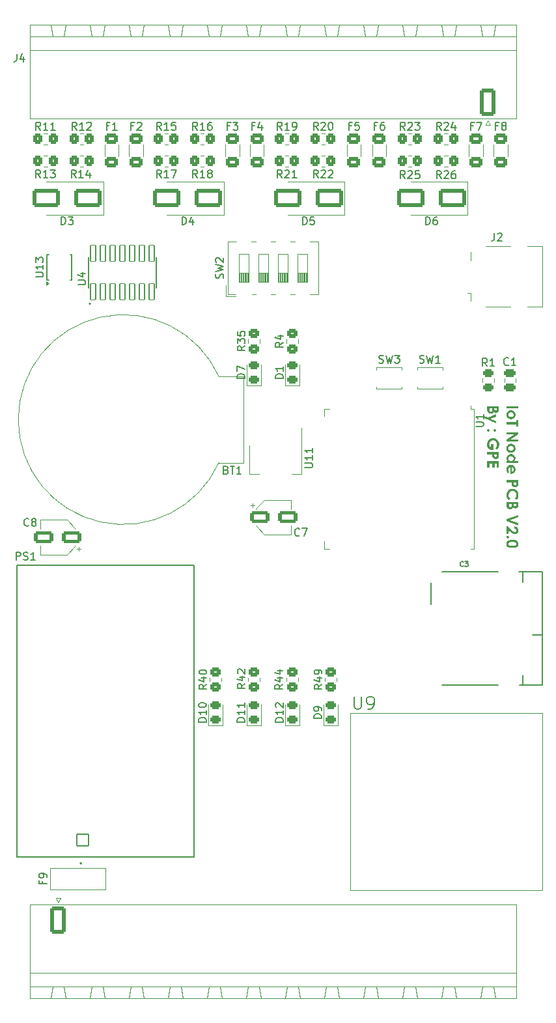
<source format=gto>
G04 #@! TF.GenerationSoftware,KiCad,Pcbnew,8.0.4*
G04 #@! TF.CreationDate,2024-11-14T12:54:13+07:00*
G04 #@! TF.ProjectId,Ver04,56657230-342e-46b6-9963-61645f706362,rev?*
G04 #@! TF.SameCoordinates,Original*
G04 #@! TF.FileFunction,Legend,Top*
G04 #@! TF.FilePolarity,Positive*
%FSLAX46Y46*%
G04 Gerber Fmt 4.6, Leading zero omitted, Abs format (unit mm)*
G04 Created by KiCad (PCBNEW 8.0.4) date 2024-11-14 12:54:13*
%MOMM*%
%LPD*%
G01*
G04 APERTURE LIST*
G04 Aperture macros list*
%AMRoundRect*
0 Rectangle with rounded corners*
0 $1 Rounding radius*
0 $2 $3 $4 $5 $6 $7 $8 $9 X,Y pos of 4 corners*
0 Add a 4 corners polygon primitive as box body*
4,1,4,$2,$3,$4,$5,$6,$7,$8,$9,$2,$3,0*
0 Add four circle primitives for the rounded corners*
1,1,$1+$1,$2,$3*
1,1,$1+$1,$4,$5*
1,1,$1+$1,$6,$7*
1,1,$1+$1,$8,$9*
0 Add four rect primitives between the rounded corners*
20,1,$1+$1,$2,$3,$4,$5,0*
20,1,$1+$1,$4,$5,$6,$7,0*
20,1,$1+$1,$6,$7,$8,$9,0*
20,1,$1+$1,$8,$9,$2,$3,0*%
G04 Aperture macros list end*
%ADD10C,0.300000*%
%ADD11C,0.150000*%
%ADD12C,0.120000*%
%ADD13C,0.127000*%
%ADD14C,0.200000*%
%ADD15RoundRect,0.250000X-0.450000X0.350000X-0.450000X-0.350000X0.450000X-0.350000X0.450000X0.350000X0*%
%ADD16RoundRect,0.250000X1.050000X0.550000X-1.050000X0.550000X-1.050000X-0.550000X1.050000X-0.550000X0*%
%ADD17R,1.600000X1.600000*%
%ADD18O,1.600000X1.600000*%
%ADD19RoundRect,0.250000X-0.350000X-0.450000X0.350000X-0.450000X0.350000X0.450000X-0.350000X0.450000X0*%
%ADD20RoundRect,0.250000X-0.625000X0.400000X-0.625000X-0.400000X0.625000X-0.400000X0.625000X0.400000X0*%
%ADD21R,2.100000X2.100000*%
%ADD22C,2.100000*%
%ADD23RoundRect,0.243750X0.456250X-0.243750X0.456250X0.243750X-0.456250X0.243750X-0.456250X-0.243750X0*%
%ADD24R,1.500000X2.000000*%
%ADD25R,3.800000X2.000000*%
%ADD26C,2.200000*%
%ADD27C,3.200000*%
%ADD28RoundRect,0.250000X1.500000X0.900000X-1.500000X0.900000X-1.500000X-0.900000X1.500000X-0.900000X0*%
%ADD29R,0.250000X1.100000*%
%ADD30RoundRect,0.250000X0.450000X-0.350000X0.450000X0.350000X-0.450000X0.350000X-0.450000X-0.350000X0*%
%ADD31R,0.900000X1.700000*%
%ADD32RoundRect,0.250000X-1.050000X-0.550000X1.050000X-0.550000X1.050000X0.550000X-1.050000X0.550000X0*%
%ADD33R,0.900000X2.000000*%
%ADD34R,2.000000X0.900000*%
%ADD35R,5.000000X5.000000*%
%ADD36C,1.000000*%
%ADD37R,2.000000X0.500000*%
%ADD38R,1.700000X2.000000*%
%ADD39RoundRect,0.102000X0.750000X-0.750000X0.750000X0.750000X-0.750000X0.750000X-0.750000X-0.750000X0*%
%ADD40C,1.704000*%
%ADD41RoundRect,0.249999X-0.790001X-1.550001X0.790001X-1.550001X0.790001X1.550001X-0.790001X1.550001X0*%
%ADD42O,2.080000X3.600000*%
%ADD43RoundRect,0.250000X-0.475000X0.250000X-0.475000X-0.250000X0.475000X-0.250000X0.475000X0.250000X0*%
%ADD44C,0.900000*%
%ADD45R,1.600000X0.700000*%
%ADD46R,2.200000X1.200000*%
%ADD47R,1.400000X1.600000*%
%ADD48R,1.400000X1.200000*%
%ADD49RoundRect,0.249999X0.790001X1.550001X-0.790001X1.550001X-0.790001X-1.550001X0.790001X-1.550001X0*%
%ADD50C,1.600000*%
%ADD51RoundRect,0.056280X0.345720X-1.030720X0.345720X1.030720X-0.345720X1.030720X-0.345720X-1.030720X0*%
%ADD52RoundRect,0.250000X-0.450000X0.262500X-0.450000X-0.262500X0.450000X-0.262500X0.450000X0.262500X0*%
G04 APERTURE END LIST*
D10*
G36*
X106899075Y-81252407D02*
G01*
X106899075Y-81538904D01*
X105375000Y-81538904D01*
X105375000Y-81252407D01*
X106899075Y-81252407D01*
G37*
G36*
X106016147Y-81779914D02*
G01*
X106091418Y-81794028D01*
X106162449Y-81817552D01*
X106229241Y-81850485D01*
X106291793Y-81892828D01*
X106350105Y-81944581D01*
X106372243Y-81967916D01*
X106423789Y-82033029D01*
X106464670Y-82101697D01*
X106494886Y-82173919D01*
X106514438Y-82249696D01*
X106523325Y-82329029D01*
X106523918Y-82356263D01*
X106518972Y-82434390D01*
X106504134Y-82510136D01*
X106479405Y-82583500D01*
X106444783Y-82654483D01*
X106401873Y-82720589D01*
X106351910Y-82778955D01*
X106294894Y-82829582D01*
X106230826Y-82872470D01*
X106161881Y-82906771D01*
X106090234Y-82931271D01*
X106015885Y-82945972D01*
X105938834Y-82950872D01*
X105861165Y-82945949D01*
X105786060Y-82931180D01*
X105713520Y-82906565D01*
X105643545Y-82872103D01*
X105578606Y-82829124D01*
X105521179Y-82778955D01*
X105471262Y-82721596D01*
X105428855Y-82657048D01*
X105395035Y-82587347D01*
X105370878Y-82514166D01*
X105356384Y-82437504D01*
X105351685Y-82359560D01*
X105609473Y-82359560D01*
X105618489Y-82437663D01*
X105645537Y-82507107D01*
X105690617Y-82567894D01*
X105701796Y-82579012D01*
X105764651Y-82625187D01*
X105837809Y-82654260D01*
X105912462Y-82665804D01*
X105939200Y-82666573D01*
X106016667Y-82659763D01*
X106092545Y-82636221D01*
X106157689Y-82595864D01*
X106175139Y-82580478D01*
X106223053Y-82522017D01*
X106253220Y-82454254D01*
X106265642Y-82377188D01*
X106265997Y-82360659D01*
X106257017Y-82282978D01*
X106230077Y-82213884D01*
X106185175Y-82153377D01*
X106174040Y-82142306D01*
X106111751Y-82096517D01*
X106039372Y-82067688D01*
X105965606Y-82056241D01*
X105939200Y-82055478D01*
X105860790Y-82062288D01*
X105784068Y-82085830D01*
X105718295Y-82126187D01*
X105700697Y-82141573D01*
X105652591Y-82199855D01*
X105622301Y-82267082D01*
X105609829Y-82343252D01*
X105609473Y-82359560D01*
X105351685Y-82359560D01*
X105351552Y-82357362D01*
X105355711Y-82283745D01*
X105371683Y-82199940D01*
X105399632Y-82121080D01*
X105439560Y-82047166D01*
X105491466Y-81978198D01*
X105521912Y-81945568D01*
X105577052Y-81896490D01*
X105647944Y-81848577D01*
X105723987Y-81812641D01*
X105805183Y-81788685D01*
X105891530Y-81776706D01*
X105936636Y-81775209D01*
X106016147Y-81779914D01*
G37*
G36*
X106899075Y-83055286D02*
G01*
X106899075Y-83892794D01*
X106617707Y-83892794D01*
X106617707Y-83616922D01*
X105375000Y-83616922D01*
X105375000Y-83324197D01*
X106617707Y-83324197D01*
X106617707Y-83055286D01*
X106899075Y-83055286D01*
G37*
G36*
X106899075Y-84673883D02*
G01*
X106899075Y-84950122D01*
X105895969Y-85600418D01*
X106899075Y-85600418D01*
X106899075Y-85888747D01*
X105375000Y-85888747D01*
X105375000Y-85611775D01*
X106374808Y-84962578D01*
X105375000Y-84962578D01*
X105375000Y-84673883D01*
X106899075Y-84673883D01*
G37*
G36*
X106016147Y-86145510D02*
G01*
X106091418Y-86159625D01*
X106162449Y-86183148D01*
X106229241Y-86216082D01*
X106291793Y-86258425D01*
X106350105Y-86310177D01*
X106372243Y-86333513D01*
X106423789Y-86398626D01*
X106464670Y-86467293D01*
X106494886Y-86539516D01*
X106514438Y-86615293D01*
X106523325Y-86694625D01*
X106523918Y-86721859D01*
X106518972Y-86799986D01*
X106504134Y-86875732D01*
X106479405Y-86949097D01*
X106444783Y-87020080D01*
X106401873Y-87086186D01*
X106351910Y-87144552D01*
X106294894Y-87195179D01*
X106230826Y-87238066D01*
X106161881Y-87272367D01*
X106090234Y-87296868D01*
X106015885Y-87311568D01*
X105938834Y-87316468D01*
X105861165Y-87311545D01*
X105786060Y-87296776D01*
X105713520Y-87272161D01*
X105643545Y-87237700D01*
X105578606Y-87194721D01*
X105521179Y-87144552D01*
X105471262Y-87087193D01*
X105428855Y-87022644D01*
X105395035Y-86952943D01*
X105370878Y-86879762D01*
X105356384Y-86803101D01*
X105351685Y-86725157D01*
X105609473Y-86725157D01*
X105618489Y-86803259D01*
X105645537Y-86872704D01*
X105690617Y-86933490D01*
X105701796Y-86944609D01*
X105764651Y-86990783D01*
X105837809Y-87019856D01*
X105912462Y-87031400D01*
X105939200Y-87032170D01*
X106016667Y-87025359D01*
X106092545Y-87001818D01*
X106157689Y-86961460D01*
X106175139Y-86946074D01*
X106223053Y-86887613D01*
X106253220Y-86819850D01*
X106265642Y-86742785D01*
X106265997Y-86726256D01*
X106257017Y-86648575D01*
X106230077Y-86579481D01*
X106185175Y-86518974D01*
X106174040Y-86507903D01*
X106111751Y-86462114D01*
X106039372Y-86433284D01*
X105965606Y-86421837D01*
X105939200Y-86421074D01*
X105860790Y-86427884D01*
X105784068Y-86451426D01*
X105718295Y-86491784D01*
X105700697Y-86507170D01*
X105652591Y-86565452D01*
X105622301Y-86632678D01*
X105609829Y-86708849D01*
X105609473Y-86725157D01*
X105351685Y-86725157D01*
X105351552Y-86722958D01*
X105355711Y-86649342D01*
X105371683Y-86565536D01*
X105399632Y-86486676D01*
X105439560Y-86412762D01*
X105491466Y-86343794D01*
X105521912Y-86311165D01*
X105577052Y-86262087D01*
X105647944Y-86214173D01*
X105723987Y-86178238D01*
X105805183Y-86154281D01*
X105891530Y-86142303D01*
X105936636Y-86140806D01*
X106016147Y-86145510D01*
G37*
G36*
X106013971Y-87491675D02*
G01*
X106087843Y-87502918D01*
X106170468Y-87526304D01*
X106246524Y-87560483D01*
X106316012Y-87605455D01*
X106358688Y-87641434D01*
X106414840Y-87701317D01*
X106459375Y-87765837D01*
X106492292Y-87834994D01*
X106513591Y-87908788D01*
X106523272Y-87987218D01*
X106523918Y-88014392D01*
X106518611Y-88088255D01*
X106500886Y-88164435D01*
X106486182Y-88203803D01*
X106449234Y-88273602D01*
X106403965Y-88334061D01*
X106372609Y-88367568D01*
X106922522Y-88367568D01*
X106922522Y-88647836D01*
X105375000Y-88647836D01*
X105375000Y-88367568D01*
X105496632Y-88367568D01*
X105448804Y-88310809D01*
X105408180Y-88248693D01*
X105385624Y-88201971D01*
X105362333Y-88126858D01*
X105355144Y-88073011D01*
X105609473Y-88073011D01*
X105618417Y-88151693D01*
X105645250Y-88221503D01*
X105689973Y-88282439D01*
X105701064Y-88293562D01*
X105763818Y-88339737D01*
X105837592Y-88368810D01*
X105913410Y-88380353D01*
X105940666Y-88381123D01*
X106018075Y-88374197D01*
X106093752Y-88350254D01*
X106158552Y-88309210D01*
X106175872Y-88293562D01*
X106223399Y-88234293D01*
X106253323Y-88165936D01*
X106265645Y-88088491D01*
X106265997Y-88071912D01*
X106257053Y-87994496D01*
X106230220Y-87925738D01*
X106185497Y-87865638D01*
X106174406Y-87854658D01*
X106112153Y-87809062D01*
X106039882Y-87780354D01*
X105966273Y-87768956D01*
X105939933Y-87768196D01*
X105862795Y-87775151D01*
X105786603Y-87799193D01*
X105720428Y-87840409D01*
X105702529Y-87856123D01*
X105653456Y-87915242D01*
X105622559Y-87982232D01*
X105609836Y-88057094D01*
X105609473Y-88073011D01*
X105355144Y-88073011D01*
X105352384Y-88052338D01*
X105351552Y-88022452D01*
X105357438Y-87943043D01*
X105375097Y-87867755D01*
X105404528Y-87796589D01*
X105445731Y-87729544D01*
X105498706Y-87666621D01*
X105518981Y-87646563D01*
X105584750Y-87592651D01*
X105656213Y-87549894D01*
X105733368Y-87518291D01*
X105816217Y-87497842D01*
X105889606Y-87489321D01*
X105935537Y-87487927D01*
X106013971Y-87491675D01*
G37*
G36*
X106009186Y-88877184D02*
G01*
X106082625Y-88889286D01*
X106165156Y-88914458D01*
X106241581Y-88951247D01*
X106311902Y-88999655D01*
X106355390Y-89038381D01*
X106412663Y-89103416D01*
X106458087Y-89174325D01*
X106491661Y-89251106D01*
X106513385Y-89333762D01*
X106522437Y-89407128D01*
X106523918Y-89453105D01*
X106519866Y-89533465D01*
X106507711Y-89608996D01*
X106487451Y-89679696D01*
X106452444Y-89758161D01*
X106405766Y-89829671D01*
X106357955Y-89883949D01*
X106291984Y-89940351D01*
X106218542Y-89985083D01*
X106137630Y-90018146D01*
X106064496Y-90036784D01*
X105986175Y-90047319D01*
X105919783Y-90049912D01*
X105867393Y-90048813D01*
X105867393Y-89766346D01*
X106078419Y-89766346D01*
X106148818Y-89734775D01*
X106207608Y-89685305D01*
X106230826Y-89656437D01*
X106266547Y-89591453D01*
X106285781Y-89519050D01*
X106289445Y-89466660D01*
X106281652Y-89389228D01*
X106258275Y-89318636D01*
X106223499Y-89260397D01*
X106166713Y-89206816D01*
X106103446Y-89169396D01*
X106078419Y-89157449D01*
X106078419Y-89766346D01*
X105867393Y-89766346D01*
X105867393Y-89144993D01*
X105791945Y-89163533D01*
X105720853Y-89198720D01*
X105662229Y-89249406D01*
X105618844Y-89313383D01*
X105593467Y-89388442D01*
X105586025Y-89466294D01*
X105593467Y-89542452D01*
X105615792Y-89613023D01*
X105653001Y-89678007D01*
X105705094Y-89737404D01*
X105595184Y-89974441D01*
X105536955Y-89927913D01*
X105481137Y-89870314D01*
X105435577Y-89807150D01*
X105410903Y-89761950D01*
X105382213Y-89688821D01*
X105364593Y-89617637D01*
X105354392Y-89540638D01*
X105351552Y-89468492D01*
X105355586Y-89388448D01*
X105367688Y-89313181D01*
X105387858Y-89242690D01*
X105422711Y-89164405D01*
X105469182Y-89092998D01*
X105516782Y-89038747D01*
X105581818Y-88982470D01*
X105652727Y-88937836D01*
X105729508Y-88904846D01*
X105812164Y-88883500D01*
X105885530Y-88874606D01*
X105931507Y-88873150D01*
X106009186Y-88877184D01*
G37*
G36*
X106899075Y-91192969D02*
G01*
X106897957Y-91267202D01*
X106893663Y-91347333D01*
X106884585Y-91428479D01*
X106868843Y-91504947D01*
X106853279Y-91550907D01*
X106815380Y-91620971D01*
X106764147Y-91680040D01*
X106706001Y-91724197D01*
X106638603Y-91757621D01*
X106563262Y-91778665D01*
X106488664Y-91787021D01*
X106462369Y-91787578D01*
X106386921Y-91782380D01*
X106309979Y-91764107D01*
X106241441Y-91732676D01*
X106200418Y-91704413D01*
X106146699Y-91653145D01*
X106103007Y-91592486D01*
X106069342Y-91522438D01*
X106054972Y-91479466D01*
X106041622Y-91405847D01*
X106035394Y-91331968D01*
X106032879Y-91266974D01*
X106312892Y-91266974D01*
X106315371Y-91344141D01*
X106327913Y-91417550D01*
X106369707Y-91477897D01*
X106378105Y-91484228D01*
X106447628Y-91507818D01*
X106462735Y-91508408D01*
X106537199Y-91491372D01*
X106588398Y-91440265D01*
X106610380Y-91369648D01*
X106616992Y-91296553D01*
X106617707Y-91256716D01*
X106617707Y-91175383D01*
X106312892Y-91175383D01*
X106312892Y-91266974D01*
X106032879Y-91266974D01*
X106032349Y-91253273D01*
X106031524Y-91175383D01*
X105375000Y-91175383D01*
X105375000Y-90887055D01*
X106899075Y-90887055D01*
X106899075Y-91192969D01*
G37*
G36*
X106620272Y-93456367D02*
G01*
X106429396Y-93254501D01*
X106490401Y-93188791D01*
X106541065Y-93120577D01*
X106581391Y-93049859D01*
X106611376Y-92976636D01*
X106631021Y-92900909D01*
X106640327Y-92822677D01*
X106641154Y-92790683D01*
X106636067Y-92711609D01*
X106620804Y-92637326D01*
X106595366Y-92567834D01*
X106559753Y-92503133D01*
X106513964Y-92443224D01*
X106496441Y-92424319D01*
X106439927Y-92373769D01*
X106367972Y-92328013D01*
X106289531Y-92296492D01*
X106217132Y-92280804D01*
X106139968Y-92275575D01*
X106059526Y-92280792D01*
X105984300Y-92296441D01*
X105914291Y-92322523D01*
X105877651Y-92341521D01*
X105811004Y-92388068D01*
X105753946Y-92445276D01*
X105710792Y-92505880D01*
X105698133Y-92528000D01*
X105666609Y-92597916D01*
X105645402Y-92672063D01*
X105634512Y-92750441D01*
X105632920Y-92795812D01*
X105637356Y-92872241D01*
X105650666Y-92944448D01*
X105675554Y-93018999D01*
X105678349Y-93025523D01*
X105714270Y-93092592D01*
X105759079Y-93156441D01*
X105808836Y-93215970D01*
X105844678Y-93254501D01*
X105641346Y-93450139D01*
X105583588Y-93387860D01*
X105532862Y-93326869D01*
X105489169Y-93267166D01*
X105447082Y-93199140D01*
X105414567Y-93132868D01*
X105386998Y-93055496D01*
X105369337Y-92983476D01*
X105357706Y-92907423D01*
X105352106Y-92827339D01*
X105351552Y-92791782D01*
X105355004Y-92705401D01*
X105365360Y-92623026D01*
X105382619Y-92544658D01*
X105406782Y-92470298D01*
X105437848Y-92399944D01*
X105475818Y-92333598D01*
X105520692Y-92271259D01*
X105572470Y-92212927D01*
X105629737Y-92160205D01*
X105690897Y-92114512D01*
X105755950Y-92075849D01*
X105824895Y-92044216D01*
X105897733Y-92019613D01*
X105974463Y-92002038D01*
X106055086Y-91991494D01*
X106139602Y-91987979D01*
X106221780Y-91991586D01*
X106300430Y-92002405D01*
X106375550Y-92020437D01*
X106447142Y-92045682D01*
X106515204Y-92078139D01*
X106537107Y-92090561D01*
X106599957Y-92132134D01*
X106657990Y-92179914D01*
X106711206Y-92233903D01*
X106759605Y-92294100D01*
X106803186Y-92360504D01*
X106816643Y-92384019D01*
X106852625Y-92456765D01*
X106881163Y-92531572D01*
X106902256Y-92608440D01*
X106915905Y-92687369D01*
X106922109Y-92768358D01*
X106922522Y-92795812D01*
X106918753Y-92877212D01*
X106907445Y-92957279D01*
X106888599Y-93036014D01*
X106862215Y-93113416D01*
X106843754Y-93157048D01*
X106806262Y-93230726D01*
X106762390Y-93299811D01*
X106712135Y-93364303D01*
X106655500Y-93424202D01*
X106620272Y-93456367D01*
G37*
G36*
X106899075Y-93938503D02*
G01*
X106898148Y-94012211D01*
X106894721Y-94088306D01*
X106887715Y-94162220D01*
X106874320Y-94235034D01*
X106872697Y-94241120D01*
X106847690Y-94313170D01*
X106808621Y-94382894D01*
X106757673Y-94441741D01*
X106740073Y-94457274D01*
X106676260Y-94499778D01*
X106605720Y-94526540D01*
X106528454Y-94537560D01*
X106512194Y-94537875D01*
X106435365Y-94529825D01*
X106365620Y-94505675D01*
X106356856Y-94501238D01*
X106293449Y-94456829D01*
X106241491Y-94402062D01*
X106226064Y-94382170D01*
X106190847Y-94446581D01*
X106146301Y-94507932D01*
X106090689Y-94562300D01*
X106060467Y-94584036D01*
X105994872Y-94617846D01*
X105922193Y-94639134D01*
X105842430Y-94647900D01*
X105825628Y-94648150D01*
X105746559Y-94641710D01*
X105671926Y-94622390D01*
X105601730Y-94590190D01*
X105588224Y-94582205D01*
X105526621Y-94537268D01*
X105471008Y-94479242D01*
X105428122Y-94412212D01*
X105400108Y-94339454D01*
X105383767Y-94260757D01*
X105376296Y-94180294D01*
X105375000Y-94124982D01*
X105375000Y-94060868D01*
X105656367Y-94060868D01*
X105659275Y-94143300D01*
X105669499Y-94218519D01*
X105694580Y-94289960D01*
X105702896Y-94302669D01*
X105759957Y-94349380D01*
X105832584Y-94364890D01*
X105838084Y-94364951D01*
X105912869Y-94352858D01*
X105977584Y-94312787D01*
X105996720Y-94291678D01*
X106032217Y-94223122D01*
X106049283Y-94145212D01*
X106054744Y-94069283D01*
X106054936Y-94051709D01*
X106312892Y-94051709D01*
X106319845Y-94128192D01*
X106347494Y-94197755D01*
X106355024Y-94207780D01*
X106416082Y-94250300D01*
X106470062Y-94258705D01*
X106544079Y-94239814D01*
X106577773Y-94210345D01*
X106610064Y-94139943D01*
X106617707Y-94063066D01*
X106617707Y-93988695D01*
X106312892Y-93988695D01*
X106312892Y-94051709D01*
X106054936Y-94051709D01*
X106054972Y-94048412D01*
X106054972Y-93988695D01*
X105656367Y-93988695D01*
X105656367Y-94060868D01*
X105375000Y-94060868D01*
X105375000Y-93700366D01*
X106899075Y-93700366D01*
X106899075Y-93938503D01*
G37*
G36*
X106899075Y-95390404D02*
G01*
X106899075Y-95687159D01*
X105816468Y-96068178D01*
X106899075Y-96454692D01*
X106899075Y-96751448D01*
X105375000Y-96205198D01*
X105375000Y-95927128D01*
X106899075Y-95390404D01*
G37*
G36*
X106383234Y-97170202D02*
G01*
X106383234Y-96888834D01*
X106459153Y-96895585D01*
X106543336Y-96912140D01*
X106619972Y-96937918D01*
X106689060Y-96972917D01*
X106750601Y-97017138D01*
X106778541Y-97042707D01*
X106827472Y-97099121D01*
X106871763Y-97172101D01*
X106898760Y-97240794D01*
X106915632Y-97315155D01*
X106922382Y-97395182D01*
X106922522Y-97409071D01*
X106917914Y-97484184D01*
X106901986Y-97561593D01*
X106874681Y-97632633D01*
X106864270Y-97652704D01*
X106822782Y-97714728D01*
X106771134Y-97768452D01*
X106709324Y-97813875D01*
X106695743Y-97821964D01*
X106626692Y-97855387D01*
X106549909Y-97877856D01*
X106472260Y-97885345D01*
X106394565Y-97879259D01*
X106322729Y-97863631D01*
X106248283Y-97838387D01*
X106181001Y-97808408D01*
X106110145Y-97768808D01*
X106045058Y-97725154D01*
X105975953Y-97672535D01*
X105915295Y-97621837D01*
X105851847Y-97564915D01*
X105812438Y-97527773D01*
X105632920Y-97357780D01*
X105632920Y-97897801D01*
X105375000Y-97897801D01*
X105375000Y-96847801D01*
X105511287Y-96847801D01*
X105982798Y-97316381D01*
X106044064Y-97376123D01*
X106100641Y-97427853D01*
X106160723Y-97478080D01*
X106221574Y-97522129D01*
X106255373Y-97542428D01*
X106324021Y-97574550D01*
X106399011Y-97595322D01*
X106441852Y-97598848D01*
X106516309Y-97586049D01*
X106581179Y-97544180D01*
X106584734Y-97540596D01*
X106625231Y-97478659D01*
X106640934Y-97402072D01*
X106641154Y-97390753D01*
X106627831Y-97315540D01*
X106587860Y-97252107D01*
X106571545Y-97236147D01*
X106507062Y-97195394D01*
X106432942Y-97174735D01*
X106383234Y-97170202D01*
G37*
G36*
X105679815Y-98273691D02*
G01*
X105663024Y-98346026D01*
X105632187Y-98387630D01*
X105568268Y-98427397D01*
X105516050Y-98435258D01*
X105442104Y-98418467D01*
X105399546Y-98387630D01*
X105359473Y-98324663D01*
X105351552Y-98273691D01*
X105368472Y-98200921D01*
X105399546Y-98159019D01*
X105463948Y-98119558D01*
X105516050Y-98111758D01*
X105590044Y-98128419D01*
X105632187Y-98159019D01*
X105671954Y-98222422D01*
X105679815Y-98273691D01*
G37*
G36*
X106197601Y-98625069D02*
G01*
X106291690Y-98630106D01*
X106378693Y-98639174D01*
X106458609Y-98652271D01*
X106531439Y-98669399D01*
X106612509Y-98696475D01*
X106682507Y-98729849D01*
X106719190Y-98752896D01*
X106777767Y-98800398D01*
X106834954Y-98864626D01*
X106877845Y-98936737D01*
X106906438Y-99016730D01*
X106919345Y-99089413D01*
X106922522Y-99151500D01*
X106917485Y-99231619D01*
X106902372Y-99306014D01*
X106873328Y-99382866D01*
X106841922Y-99437630D01*
X106790067Y-99500878D01*
X106732685Y-99549799D01*
X106664679Y-99591850D01*
X106596458Y-99623011D01*
X106517981Y-99648563D01*
X106440864Y-99665471D01*
X106354654Y-99677767D01*
X106275866Y-99684491D01*
X106190764Y-99688013D01*
X106136671Y-99688590D01*
X106046715Y-99686962D01*
X105963235Y-99682078D01*
X105886230Y-99673939D01*
X105802373Y-99659874D01*
X105727840Y-99641121D01*
X105672854Y-99621912D01*
X105604595Y-99590691D01*
X105536846Y-99549601D01*
X105480043Y-99502741D01*
X105429221Y-99443126D01*
X105391676Y-99375400D01*
X105366419Y-99298342D01*
X105354283Y-99222012D01*
X105351552Y-99159926D01*
X105351617Y-99158827D01*
X105632920Y-99158827D01*
X105646985Y-99231608D01*
X105689180Y-99292230D01*
X105732937Y-99325889D01*
X105803371Y-99358748D01*
X105881680Y-99379797D01*
X105961192Y-99392119D01*
X106036190Y-99398354D01*
X106119130Y-99400921D01*
X106136671Y-99400994D01*
X106221969Y-99399348D01*
X106298572Y-99394411D01*
X106379021Y-99384141D01*
X106457054Y-99366169D01*
X106525370Y-99337730D01*
X106532344Y-99333583D01*
X106589725Y-99287551D01*
X106630528Y-99222018D01*
X106641154Y-99158827D01*
X106628436Y-99085628D01*
X106596092Y-99028768D01*
X106539597Y-98981670D01*
X106467584Y-98950228D01*
X106441120Y-98942306D01*
X106362673Y-98926657D01*
X106285542Y-98918310D01*
X106207571Y-98914050D01*
X106132953Y-98912659D01*
X106119818Y-98912630D01*
X106037662Y-98914303D01*
X105963841Y-98919321D01*
X105886261Y-98929758D01*
X105810922Y-98948023D01*
X105738066Y-98981140D01*
X105678203Y-99033046D01*
X105641237Y-99100632D01*
X105632920Y-99158827D01*
X105351617Y-99158827D01*
X105356429Y-99077792D01*
X105371061Y-99002481D01*
X105399181Y-98925913D01*
X105429588Y-98872330D01*
X105480122Y-98810796D01*
X105535844Y-98762814D01*
X105601732Y-98721151D01*
X105667725Y-98689881D01*
X105744078Y-98664185D01*
X105819820Y-98647184D01*
X105905069Y-98634819D01*
X105983370Y-98628057D01*
X106068273Y-98624515D01*
X106122383Y-98623935D01*
X106197601Y-98625069D01*
G37*
G36*
X104379075Y-81511427D02*
G01*
X104378148Y-81585134D01*
X104374721Y-81661229D01*
X104367715Y-81735143D01*
X104354320Y-81807958D01*
X104352697Y-81814043D01*
X104327690Y-81886094D01*
X104288621Y-81955818D01*
X104237673Y-82014665D01*
X104220073Y-82030198D01*
X104156260Y-82072702D01*
X104085720Y-82099464D01*
X104008454Y-82110484D01*
X103992194Y-82110799D01*
X103915365Y-82102749D01*
X103845620Y-82078599D01*
X103836856Y-82074162D01*
X103773449Y-82029753D01*
X103721491Y-81974986D01*
X103706064Y-81955094D01*
X103670847Y-82019505D01*
X103626301Y-82080856D01*
X103570689Y-82135224D01*
X103540467Y-82156960D01*
X103474872Y-82190770D01*
X103402193Y-82212058D01*
X103322430Y-82220824D01*
X103305628Y-82221074D01*
X103226559Y-82214634D01*
X103151926Y-82195314D01*
X103081730Y-82163114D01*
X103068224Y-82155129D01*
X103006621Y-82110192D01*
X102951008Y-82052166D01*
X102908122Y-81985136D01*
X102880108Y-81912378D01*
X102863767Y-81833681D01*
X102856296Y-81753218D01*
X102855000Y-81697906D01*
X102855000Y-81633792D01*
X103136367Y-81633792D01*
X103139275Y-81716224D01*
X103149499Y-81791443D01*
X103174580Y-81862884D01*
X103182896Y-81875593D01*
X103239957Y-81922304D01*
X103312584Y-81937814D01*
X103318084Y-81937875D01*
X103392869Y-81925782D01*
X103457584Y-81885711D01*
X103476720Y-81864602D01*
X103512217Y-81796046D01*
X103529283Y-81718136D01*
X103534744Y-81642207D01*
X103534936Y-81624633D01*
X103792892Y-81624633D01*
X103799845Y-81701116D01*
X103827494Y-81770679D01*
X103835024Y-81780704D01*
X103896082Y-81823224D01*
X103950062Y-81831629D01*
X104024079Y-81812738D01*
X104057773Y-81783269D01*
X104090064Y-81712867D01*
X104097707Y-81635990D01*
X104097707Y-81561618D01*
X103792892Y-81561618D01*
X103792892Y-81624633D01*
X103534936Y-81624633D01*
X103534972Y-81621336D01*
X103534972Y-81561618D01*
X103136367Y-81561618D01*
X103136367Y-81633792D01*
X102855000Y-81633792D01*
X102855000Y-81273290D01*
X104379075Y-81273290D01*
X104379075Y-81511427D01*
G37*
G36*
X103980471Y-82335380D02*
G01*
X103980471Y-82622976D01*
X103282913Y-82914235D01*
X103980471Y-83235903D01*
X103980471Y-83524232D01*
X102456395Y-82821545D01*
X102456395Y-82531018D01*
X102958681Y-82761828D01*
X103980471Y-82335380D01*
G37*
G36*
X104003918Y-84419260D02*
G01*
X103986869Y-84491595D01*
X103955558Y-84533199D01*
X103891462Y-84572966D01*
X103839420Y-84580826D01*
X103766086Y-84564036D01*
X103723649Y-84533199D01*
X103683576Y-84470231D01*
X103675655Y-84419260D01*
X103692446Y-84346490D01*
X103723283Y-84304588D01*
X103787202Y-84265127D01*
X103839420Y-84257327D01*
X103913237Y-84273988D01*
X103955558Y-84304588D01*
X103995937Y-84367991D01*
X104003918Y-84419260D01*
G37*
G36*
X103159815Y-84419260D02*
G01*
X103143024Y-84491595D01*
X103112187Y-84533199D01*
X103048268Y-84572966D01*
X102996050Y-84580826D01*
X102922104Y-84564036D01*
X102879546Y-84533199D01*
X102839473Y-84470231D01*
X102831552Y-84419260D01*
X102848472Y-84346490D01*
X102879546Y-84304588D01*
X102943948Y-84265127D01*
X102996050Y-84257327D01*
X103070044Y-84273988D01*
X103112187Y-84304588D01*
X103151954Y-84367991D01*
X103159815Y-84419260D01*
G37*
G36*
X104120055Y-86870969D02*
G01*
X103921486Y-86668004D01*
X103979008Y-86606226D01*
X104026780Y-86541336D01*
X104064803Y-86473333D01*
X104093076Y-86402218D01*
X104111600Y-86327990D01*
X104120374Y-86250649D01*
X104121154Y-86218841D01*
X104116067Y-86137461D01*
X104100804Y-86061207D01*
X104075366Y-85990080D01*
X104039753Y-85924078D01*
X103993964Y-85863203D01*
X103976441Y-85844050D01*
X103919983Y-85792754D01*
X103848582Y-85746321D01*
X103771219Y-85714335D01*
X103687896Y-85696793D01*
X103624731Y-85693108D01*
X103546665Y-85698608D01*
X103473211Y-85715107D01*
X103404367Y-85742606D01*
X103340134Y-85781104D01*
X103280513Y-85830602D01*
X103261664Y-85849546D01*
X103211114Y-85910910D01*
X103171023Y-85977401D01*
X103141390Y-86049018D01*
X103122216Y-86125762D01*
X103113501Y-86207631D01*
X103112920Y-86236060D01*
X103117412Y-86316402D01*
X103130888Y-86389268D01*
X103156397Y-86461460D01*
X103169706Y-86487752D01*
X103211459Y-86548002D01*
X103265734Y-86600524D01*
X103332531Y-86645318D01*
X103347393Y-86653349D01*
X103347393Y-86214445D01*
X103628761Y-86214445D01*
X103628761Y-86976849D01*
X103565746Y-86979047D01*
X103480655Y-86974121D01*
X103397528Y-86959342D01*
X103316364Y-86934711D01*
X103248357Y-86905757D01*
X103192787Y-86876099D01*
X103129766Y-86835342D01*
X103063631Y-86782355D01*
X103005455Y-86723514D01*
X102955238Y-86658816D01*
X102924242Y-86609019D01*
X102888126Y-86534655D01*
X102860880Y-86454856D01*
X102844587Y-86382131D01*
X102834811Y-86305413D01*
X102831552Y-86224703D01*
X102835107Y-86138016D01*
X102845772Y-86054910D01*
X102863546Y-85975385D01*
X102888430Y-85899440D01*
X102920424Y-85827076D01*
X102932669Y-85803750D01*
X102973614Y-85737212D01*
X103020613Y-85676084D01*
X103073666Y-85620365D01*
X103132772Y-85570056D01*
X103197932Y-85525156D01*
X103220997Y-85511392D01*
X103292232Y-85474787D01*
X103365528Y-85445755D01*
X103440885Y-85424297D01*
X103518302Y-85410413D01*
X103597780Y-85404101D01*
X103624731Y-85403681D01*
X103715588Y-85408537D01*
X103802689Y-85423108D01*
X103886034Y-85447392D01*
X103965621Y-85481390D01*
X104041452Y-85525101D01*
X104113527Y-85578527D01*
X104141304Y-85602616D01*
X104202527Y-85663822D01*
X104255587Y-85729470D01*
X104300484Y-85799560D01*
X104337218Y-85874092D01*
X104365788Y-85953067D01*
X104386196Y-86036483D01*
X104398441Y-86124342D01*
X104402522Y-86216643D01*
X104399972Y-86289930D01*
X104390550Y-86373153D01*
X104374186Y-86453921D01*
X104350880Y-86532235D01*
X104329982Y-86586671D01*
X104294055Y-86658845D01*
X104253566Y-86721396D01*
X104204627Y-86783386D01*
X104147237Y-86844815D01*
X104120055Y-86870969D01*
G37*
G36*
X104379075Y-87539584D02*
G01*
X104377957Y-87613818D01*
X104373663Y-87693949D01*
X104364585Y-87775095D01*
X104348843Y-87851562D01*
X104333279Y-87897522D01*
X104295380Y-87967587D01*
X104244147Y-88026656D01*
X104186001Y-88070812D01*
X104118603Y-88104236D01*
X104043262Y-88125281D01*
X103968664Y-88133636D01*
X103942369Y-88134193D01*
X103866921Y-88128996D01*
X103789979Y-88110722D01*
X103721441Y-88079292D01*
X103680418Y-88051029D01*
X103626699Y-87999760D01*
X103583007Y-87939102D01*
X103549342Y-87869054D01*
X103534972Y-87826081D01*
X103521622Y-87752463D01*
X103515394Y-87678583D01*
X103512879Y-87613590D01*
X103792892Y-87613590D01*
X103795371Y-87690756D01*
X103807913Y-87764166D01*
X103849707Y-87824513D01*
X103858105Y-87830844D01*
X103927628Y-87854434D01*
X103942735Y-87855024D01*
X104017199Y-87837988D01*
X104068398Y-87786880D01*
X104090380Y-87716263D01*
X104096992Y-87643168D01*
X104097707Y-87603332D01*
X104097707Y-87521999D01*
X103792892Y-87521999D01*
X103792892Y-87613590D01*
X103512879Y-87613590D01*
X103512349Y-87599888D01*
X103511524Y-87521999D01*
X102855000Y-87521999D01*
X102855000Y-87233670D01*
X104379075Y-87233670D01*
X104379075Y-87539584D01*
G37*
G36*
X104379075Y-88410799D02*
G01*
X104379075Y-89238415D01*
X104097707Y-89238415D01*
X104097707Y-88697295D01*
X103816339Y-88697295D01*
X103816339Y-89238415D01*
X103534972Y-89238415D01*
X103534972Y-88697295D01*
X103136367Y-88697295D01*
X103136367Y-89238415D01*
X102855000Y-89238415D01*
X102855000Y-88410799D01*
X104379075Y-88410799D01*
G37*
D11*
X66354819Y-117442857D02*
X65878628Y-117776190D01*
X66354819Y-118014285D02*
X65354819Y-118014285D01*
X65354819Y-118014285D02*
X65354819Y-117633333D01*
X65354819Y-117633333D02*
X65402438Y-117538095D01*
X65402438Y-117538095D02*
X65450057Y-117490476D01*
X65450057Y-117490476D02*
X65545295Y-117442857D01*
X65545295Y-117442857D02*
X65688152Y-117442857D01*
X65688152Y-117442857D02*
X65783390Y-117490476D01*
X65783390Y-117490476D02*
X65831009Y-117538095D01*
X65831009Y-117538095D02*
X65878628Y-117633333D01*
X65878628Y-117633333D02*
X65878628Y-118014285D01*
X65688152Y-116585714D02*
X66354819Y-116585714D01*
X65307200Y-116823809D02*
X66021485Y-117061904D01*
X66021485Y-117061904D02*
X66021485Y-116442857D01*
X65354819Y-115871428D02*
X65354819Y-115776190D01*
X65354819Y-115776190D02*
X65402438Y-115680952D01*
X65402438Y-115680952D02*
X65450057Y-115633333D01*
X65450057Y-115633333D02*
X65545295Y-115585714D01*
X65545295Y-115585714D02*
X65735771Y-115538095D01*
X65735771Y-115538095D02*
X65973866Y-115538095D01*
X65973866Y-115538095D02*
X66164342Y-115585714D01*
X66164342Y-115585714D02*
X66259580Y-115633333D01*
X66259580Y-115633333D02*
X66307200Y-115680952D01*
X66307200Y-115680952D02*
X66354819Y-115776190D01*
X66354819Y-115776190D02*
X66354819Y-115871428D01*
X66354819Y-115871428D02*
X66307200Y-115966666D01*
X66307200Y-115966666D02*
X66259580Y-116014285D01*
X66259580Y-116014285D02*
X66164342Y-116061904D01*
X66164342Y-116061904D02*
X65973866Y-116109523D01*
X65973866Y-116109523D02*
X65735771Y-116109523D01*
X65735771Y-116109523D02*
X65545295Y-116061904D01*
X65545295Y-116061904D02*
X65450057Y-116014285D01*
X65450057Y-116014285D02*
X65402438Y-115966666D01*
X65402438Y-115966666D02*
X65354819Y-115871428D01*
X81354819Y-117442857D02*
X80878628Y-117776190D01*
X81354819Y-118014285D02*
X80354819Y-118014285D01*
X80354819Y-118014285D02*
X80354819Y-117633333D01*
X80354819Y-117633333D02*
X80402438Y-117538095D01*
X80402438Y-117538095D02*
X80450057Y-117490476D01*
X80450057Y-117490476D02*
X80545295Y-117442857D01*
X80545295Y-117442857D02*
X80688152Y-117442857D01*
X80688152Y-117442857D02*
X80783390Y-117490476D01*
X80783390Y-117490476D02*
X80831009Y-117538095D01*
X80831009Y-117538095D02*
X80878628Y-117633333D01*
X80878628Y-117633333D02*
X80878628Y-118014285D01*
X80688152Y-116585714D02*
X81354819Y-116585714D01*
X80307200Y-116823809D02*
X81021485Y-117061904D01*
X81021485Y-117061904D02*
X81021485Y-116442857D01*
X81354819Y-116014285D02*
X81354819Y-115823809D01*
X81354819Y-115823809D02*
X81307200Y-115728571D01*
X81307200Y-115728571D02*
X81259580Y-115680952D01*
X81259580Y-115680952D02*
X81116723Y-115585714D01*
X81116723Y-115585714D02*
X80926247Y-115538095D01*
X80926247Y-115538095D02*
X80545295Y-115538095D01*
X80545295Y-115538095D02*
X80450057Y-115585714D01*
X80450057Y-115585714D02*
X80402438Y-115633333D01*
X80402438Y-115633333D02*
X80354819Y-115728571D01*
X80354819Y-115728571D02*
X80354819Y-115919047D01*
X80354819Y-115919047D02*
X80402438Y-116014285D01*
X80402438Y-116014285D02*
X80450057Y-116061904D01*
X80450057Y-116061904D02*
X80545295Y-116109523D01*
X80545295Y-116109523D02*
X80783390Y-116109523D01*
X80783390Y-116109523D02*
X80878628Y-116061904D01*
X80878628Y-116061904D02*
X80926247Y-116014285D01*
X80926247Y-116014285D02*
X80973866Y-115919047D01*
X80973866Y-115919047D02*
X80973866Y-115728571D01*
X80973866Y-115728571D02*
X80926247Y-115633333D01*
X80926247Y-115633333D02*
X80878628Y-115585714D01*
X80878628Y-115585714D02*
X80783390Y-115538095D01*
X43233333Y-96759580D02*
X43185714Y-96807200D01*
X43185714Y-96807200D02*
X43042857Y-96854819D01*
X43042857Y-96854819D02*
X42947619Y-96854819D01*
X42947619Y-96854819D02*
X42804762Y-96807200D01*
X42804762Y-96807200D02*
X42709524Y-96711961D01*
X42709524Y-96711961D02*
X42661905Y-96616723D01*
X42661905Y-96616723D02*
X42614286Y-96426247D01*
X42614286Y-96426247D02*
X42614286Y-96283390D01*
X42614286Y-96283390D02*
X42661905Y-96092914D01*
X42661905Y-96092914D02*
X42709524Y-95997676D01*
X42709524Y-95997676D02*
X42804762Y-95902438D01*
X42804762Y-95902438D02*
X42947619Y-95854819D01*
X42947619Y-95854819D02*
X43042857Y-95854819D01*
X43042857Y-95854819D02*
X43185714Y-95902438D01*
X43185714Y-95902438D02*
X43233333Y-95950057D01*
X43804762Y-96283390D02*
X43709524Y-96235771D01*
X43709524Y-96235771D02*
X43661905Y-96188152D01*
X43661905Y-96188152D02*
X43614286Y-96092914D01*
X43614286Y-96092914D02*
X43614286Y-96045295D01*
X43614286Y-96045295D02*
X43661905Y-95950057D01*
X43661905Y-95950057D02*
X43709524Y-95902438D01*
X43709524Y-95902438D02*
X43804762Y-95854819D01*
X43804762Y-95854819D02*
X43995238Y-95854819D01*
X43995238Y-95854819D02*
X44090476Y-95902438D01*
X44090476Y-95902438D02*
X44138095Y-95950057D01*
X44138095Y-95950057D02*
X44185714Y-96045295D01*
X44185714Y-96045295D02*
X44185714Y-96092914D01*
X44185714Y-96092914D02*
X44138095Y-96188152D01*
X44138095Y-96188152D02*
X44090476Y-96235771D01*
X44090476Y-96235771D02*
X43995238Y-96283390D01*
X43995238Y-96283390D02*
X43804762Y-96283390D01*
X43804762Y-96283390D02*
X43709524Y-96331009D01*
X43709524Y-96331009D02*
X43661905Y-96378628D01*
X43661905Y-96378628D02*
X43614286Y-96473866D01*
X43614286Y-96473866D02*
X43614286Y-96664342D01*
X43614286Y-96664342D02*
X43661905Y-96759580D01*
X43661905Y-96759580D02*
X43709524Y-96807200D01*
X43709524Y-96807200D02*
X43804762Y-96854819D01*
X43804762Y-96854819D02*
X43995238Y-96854819D01*
X43995238Y-96854819D02*
X44090476Y-96807200D01*
X44090476Y-96807200D02*
X44138095Y-96759580D01*
X44138095Y-96759580D02*
X44185714Y-96664342D01*
X44185714Y-96664342D02*
X44185714Y-96473866D01*
X44185714Y-96473866D02*
X44138095Y-96378628D01*
X44138095Y-96378628D02*
X44090476Y-96331009D01*
X44090476Y-96331009D02*
X43995238Y-96283390D01*
X71354819Y-73442857D02*
X70878628Y-73776190D01*
X71354819Y-74014285D02*
X70354819Y-74014285D01*
X70354819Y-74014285D02*
X70354819Y-73633333D01*
X70354819Y-73633333D02*
X70402438Y-73538095D01*
X70402438Y-73538095D02*
X70450057Y-73490476D01*
X70450057Y-73490476D02*
X70545295Y-73442857D01*
X70545295Y-73442857D02*
X70688152Y-73442857D01*
X70688152Y-73442857D02*
X70783390Y-73490476D01*
X70783390Y-73490476D02*
X70831009Y-73538095D01*
X70831009Y-73538095D02*
X70878628Y-73633333D01*
X70878628Y-73633333D02*
X70878628Y-74014285D01*
X70354819Y-73109523D02*
X70354819Y-72490476D01*
X70354819Y-72490476D02*
X70735771Y-72823809D01*
X70735771Y-72823809D02*
X70735771Y-72680952D01*
X70735771Y-72680952D02*
X70783390Y-72585714D01*
X70783390Y-72585714D02*
X70831009Y-72538095D01*
X70831009Y-72538095D02*
X70926247Y-72490476D01*
X70926247Y-72490476D02*
X71164342Y-72490476D01*
X71164342Y-72490476D02*
X71259580Y-72538095D01*
X71259580Y-72538095D02*
X71307200Y-72585714D01*
X71307200Y-72585714D02*
X71354819Y-72680952D01*
X71354819Y-72680952D02*
X71354819Y-72966666D01*
X71354819Y-72966666D02*
X71307200Y-73061904D01*
X71307200Y-73061904D02*
X71259580Y-73109523D01*
X70354819Y-71585714D02*
X70354819Y-72061904D01*
X70354819Y-72061904D02*
X70831009Y-72109523D01*
X70831009Y-72109523D02*
X70783390Y-72061904D01*
X70783390Y-72061904D02*
X70735771Y-71966666D01*
X70735771Y-71966666D02*
X70735771Y-71728571D01*
X70735771Y-71728571D02*
X70783390Y-71633333D01*
X70783390Y-71633333D02*
X70831009Y-71585714D01*
X70831009Y-71585714D02*
X70926247Y-71538095D01*
X70926247Y-71538095D02*
X71164342Y-71538095D01*
X71164342Y-71538095D02*
X71259580Y-71585714D01*
X71259580Y-71585714D02*
X71307200Y-71633333D01*
X71307200Y-71633333D02*
X71354819Y-71728571D01*
X71354819Y-71728571D02*
X71354819Y-71966666D01*
X71354819Y-71966666D02*
X71307200Y-72061904D01*
X71307200Y-72061904D02*
X71259580Y-72109523D01*
X68497200Y-64623332D02*
X68544819Y-64480475D01*
X68544819Y-64480475D02*
X68544819Y-64242380D01*
X68544819Y-64242380D02*
X68497200Y-64147142D01*
X68497200Y-64147142D02*
X68449580Y-64099523D01*
X68449580Y-64099523D02*
X68354342Y-64051904D01*
X68354342Y-64051904D02*
X68259104Y-64051904D01*
X68259104Y-64051904D02*
X68163866Y-64099523D01*
X68163866Y-64099523D02*
X68116247Y-64147142D01*
X68116247Y-64147142D02*
X68068628Y-64242380D01*
X68068628Y-64242380D02*
X68021009Y-64432856D01*
X68021009Y-64432856D02*
X67973390Y-64528094D01*
X67973390Y-64528094D02*
X67925771Y-64575713D01*
X67925771Y-64575713D02*
X67830533Y-64623332D01*
X67830533Y-64623332D02*
X67735295Y-64623332D01*
X67735295Y-64623332D02*
X67640057Y-64575713D01*
X67640057Y-64575713D02*
X67592438Y-64528094D01*
X67592438Y-64528094D02*
X67544819Y-64432856D01*
X67544819Y-64432856D02*
X67544819Y-64194761D01*
X67544819Y-64194761D02*
X67592438Y-64051904D01*
X67544819Y-63718570D02*
X68544819Y-63480475D01*
X68544819Y-63480475D02*
X67830533Y-63289999D01*
X67830533Y-63289999D02*
X68544819Y-63099523D01*
X68544819Y-63099523D02*
X67544819Y-62861428D01*
X67640057Y-62528094D02*
X67592438Y-62480475D01*
X67592438Y-62480475D02*
X67544819Y-62385237D01*
X67544819Y-62385237D02*
X67544819Y-62147142D01*
X67544819Y-62147142D02*
X67592438Y-62051904D01*
X67592438Y-62051904D02*
X67640057Y-62004285D01*
X67640057Y-62004285D02*
X67735295Y-61956666D01*
X67735295Y-61956666D02*
X67830533Y-61956666D01*
X67830533Y-61956666D02*
X67973390Y-62004285D01*
X67973390Y-62004285D02*
X68544819Y-62575713D01*
X68544819Y-62575713D02*
X68544819Y-61956666D01*
X44757142Y-51554819D02*
X44423809Y-51078628D01*
X44185714Y-51554819D02*
X44185714Y-50554819D01*
X44185714Y-50554819D02*
X44566666Y-50554819D01*
X44566666Y-50554819D02*
X44661904Y-50602438D01*
X44661904Y-50602438D02*
X44709523Y-50650057D01*
X44709523Y-50650057D02*
X44757142Y-50745295D01*
X44757142Y-50745295D02*
X44757142Y-50888152D01*
X44757142Y-50888152D02*
X44709523Y-50983390D01*
X44709523Y-50983390D02*
X44661904Y-51031009D01*
X44661904Y-51031009D02*
X44566666Y-51078628D01*
X44566666Y-51078628D02*
X44185714Y-51078628D01*
X45709523Y-51554819D02*
X45138095Y-51554819D01*
X45423809Y-51554819D02*
X45423809Y-50554819D01*
X45423809Y-50554819D02*
X45328571Y-50697676D01*
X45328571Y-50697676D02*
X45233333Y-50792914D01*
X45233333Y-50792914D02*
X45138095Y-50840533D01*
X46042857Y-50554819D02*
X46661904Y-50554819D01*
X46661904Y-50554819D02*
X46328571Y-50935771D01*
X46328571Y-50935771D02*
X46471428Y-50935771D01*
X46471428Y-50935771D02*
X46566666Y-50983390D01*
X46566666Y-50983390D02*
X46614285Y-51031009D01*
X46614285Y-51031009D02*
X46661904Y-51126247D01*
X46661904Y-51126247D02*
X46661904Y-51364342D01*
X46661904Y-51364342D02*
X46614285Y-51459580D01*
X46614285Y-51459580D02*
X46566666Y-51507200D01*
X46566666Y-51507200D02*
X46471428Y-51554819D01*
X46471428Y-51554819D02*
X46185714Y-51554819D01*
X46185714Y-51554819D02*
X46090476Y-51507200D01*
X46090476Y-51507200D02*
X46042857Y-51459580D01*
X69366666Y-44831009D02*
X69033333Y-44831009D01*
X69033333Y-45354819D02*
X69033333Y-44354819D01*
X69033333Y-44354819D02*
X69509523Y-44354819D01*
X69795238Y-44354819D02*
X70414285Y-44354819D01*
X70414285Y-44354819D02*
X70080952Y-44735771D01*
X70080952Y-44735771D02*
X70223809Y-44735771D01*
X70223809Y-44735771D02*
X70319047Y-44783390D01*
X70319047Y-44783390D02*
X70366666Y-44831009D01*
X70366666Y-44831009D02*
X70414285Y-44926247D01*
X70414285Y-44926247D02*
X70414285Y-45164342D01*
X70414285Y-45164342D02*
X70366666Y-45259580D01*
X70366666Y-45259580D02*
X70319047Y-45307200D01*
X70319047Y-45307200D02*
X70223809Y-45354819D01*
X70223809Y-45354819D02*
X69938095Y-45354819D01*
X69938095Y-45354819D02*
X69842857Y-45307200D01*
X69842857Y-45307200D02*
X69795238Y-45259580D01*
X68903372Y-89551009D02*
X69046229Y-89598628D01*
X69046229Y-89598628D02*
X69093848Y-89646247D01*
X69093848Y-89646247D02*
X69141467Y-89741485D01*
X69141467Y-89741485D02*
X69141467Y-89884342D01*
X69141467Y-89884342D02*
X69093848Y-89979580D01*
X69093848Y-89979580D02*
X69046229Y-90027200D01*
X69046229Y-90027200D02*
X68950991Y-90074819D01*
X68950991Y-90074819D02*
X68570039Y-90074819D01*
X68570039Y-90074819D02*
X68570039Y-89074819D01*
X68570039Y-89074819D02*
X68903372Y-89074819D01*
X68903372Y-89074819D02*
X68998610Y-89122438D01*
X68998610Y-89122438D02*
X69046229Y-89170057D01*
X69046229Y-89170057D02*
X69093848Y-89265295D01*
X69093848Y-89265295D02*
X69093848Y-89360533D01*
X69093848Y-89360533D02*
X69046229Y-89455771D01*
X69046229Y-89455771D02*
X68998610Y-89503390D01*
X68998610Y-89503390D02*
X68903372Y-89551009D01*
X68903372Y-89551009D02*
X68570039Y-89551009D01*
X69427182Y-89074819D02*
X69998610Y-89074819D01*
X69712896Y-90074819D02*
X69712896Y-89074819D01*
X70855753Y-90074819D02*
X70284325Y-90074819D01*
X70570039Y-90074819D02*
X70570039Y-89074819D01*
X70570039Y-89074819D02*
X70474801Y-89217676D01*
X70474801Y-89217676D02*
X70379563Y-89312914D01*
X70379563Y-89312914D02*
X70284325Y-89360533D01*
X60457142Y-51554819D02*
X60123809Y-51078628D01*
X59885714Y-51554819D02*
X59885714Y-50554819D01*
X59885714Y-50554819D02*
X60266666Y-50554819D01*
X60266666Y-50554819D02*
X60361904Y-50602438D01*
X60361904Y-50602438D02*
X60409523Y-50650057D01*
X60409523Y-50650057D02*
X60457142Y-50745295D01*
X60457142Y-50745295D02*
X60457142Y-50888152D01*
X60457142Y-50888152D02*
X60409523Y-50983390D01*
X60409523Y-50983390D02*
X60361904Y-51031009D01*
X60361904Y-51031009D02*
X60266666Y-51078628D01*
X60266666Y-51078628D02*
X59885714Y-51078628D01*
X61409523Y-51554819D02*
X60838095Y-51554819D01*
X61123809Y-51554819D02*
X61123809Y-50554819D01*
X61123809Y-50554819D02*
X61028571Y-50697676D01*
X61028571Y-50697676D02*
X60933333Y-50792914D01*
X60933333Y-50792914D02*
X60838095Y-50840533D01*
X61742857Y-50554819D02*
X62409523Y-50554819D01*
X62409523Y-50554819D02*
X61980952Y-51554819D01*
X71304819Y-122314285D02*
X70304819Y-122314285D01*
X70304819Y-122314285D02*
X70304819Y-122076190D01*
X70304819Y-122076190D02*
X70352438Y-121933333D01*
X70352438Y-121933333D02*
X70447676Y-121838095D01*
X70447676Y-121838095D02*
X70542914Y-121790476D01*
X70542914Y-121790476D02*
X70733390Y-121742857D01*
X70733390Y-121742857D02*
X70876247Y-121742857D01*
X70876247Y-121742857D02*
X71066723Y-121790476D01*
X71066723Y-121790476D02*
X71161961Y-121838095D01*
X71161961Y-121838095D02*
X71257200Y-121933333D01*
X71257200Y-121933333D02*
X71304819Y-122076190D01*
X71304819Y-122076190D02*
X71304819Y-122314285D01*
X71304819Y-120790476D02*
X71304819Y-121361904D01*
X71304819Y-121076190D02*
X70304819Y-121076190D01*
X70304819Y-121076190D02*
X70447676Y-121171428D01*
X70447676Y-121171428D02*
X70542914Y-121266666D01*
X70542914Y-121266666D02*
X70590533Y-121361904D01*
X71304819Y-119838095D02*
X71304819Y-120409523D01*
X71304819Y-120123809D02*
X70304819Y-120123809D01*
X70304819Y-120123809D02*
X70447676Y-120219047D01*
X70447676Y-120219047D02*
X70542914Y-120314285D01*
X70542914Y-120314285D02*
X70590533Y-120409523D01*
X79154819Y-89238094D02*
X79964342Y-89238094D01*
X79964342Y-89238094D02*
X80059580Y-89190475D01*
X80059580Y-89190475D02*
X80107200Y-89142856D01*
X80107200Y-89142856D02*
X80154819Y-89047618D01*
X80154819Y-89047618D02*
X80154819Y-88857142D01*
X80154819Y-88857142D02*
X80107200Y-88761904D01*
X80107200Y-88761904D02*
X80059580Y-88714285D01*
X80059580Y-88714285D02*
X79964342Y-88666666D01*
X79964342Y-88666666D02*
X79154819Y-88666666D01*
X80154819Y-87666666D02*
X80154819Y-88238094D01*
X80154819Y-87952380D02*
X79154819Y-87952380D01*
X79154819Y-87952380D02*
X79297676Y-88047618D01*
X79297676Y-88047618D02*
X79392914Y-88142856D01*
X79392914Y-88142856D02*
X79440533Y-88238094D01*
X80154819Y-86714285D02*
X80154819Y-87285713D01*
X80154819Y-86999999D02*
X79154819Y-86999999D01*
X79154819Y-86999999D02*
X79297676Y-87095237D01*
X79297676Y-87095237D02*
X79392914Y-87190475D01*
X79392914Y-87190475D02*
X79440533Y-87285713D01*
X85548388Y-119009423D02*
X85548388Y-120339260D01*
X85548388Y-120339260D02*
X85626614Y-120495712D01*
X85626614Y-120495712D02*
X85704840Y-120573938D01*
X85704840Y-120573938D02*
X85861291Y-120652163D01*
X85861291Y-120652163D02*
X86174194Y-120652163D01*
X86174194Y-120652163D02*
X86330645Y-120573938D01*
X86330645Y-120573938D02*
X86408871Y-120495712D01*
X86408871Y-120495712D02*
X86487097Y-120339260D01*
X86487097Y-120339260D02*
X86487097Y-119009423D01*
X87347580Y-120652163D02*
X87660483Y-120652163D01*
X87660483Y-120652163D02*
X87816934Y-120573938D01*
X87816934Y-120573938D02*
X87895160Y-120495712D01*
X87895160Y-120495712D02*
X88051611Y-120261035D01*
X88051611Y-120261035D02*
X88129837Y-119948132D01*
X88129837Y-119948132D02*
X88129837Y-119322326D01*
X88129837Y-119322326D02*
X88051611Y-119165875D01*
X88051611Y-119165875D02*
X87973386Y-119087649D01*
X87973386Y-119087649D02*
X87816934Y-119009423D01*
X87816934Y-119009423D02*
X87504031Y-119009423D01*
X87504031Y-119009423D02*
X87347580Y-119087649D01*
X87347580Y-119087649D02*
X87269354Y-119165875D01*
X87269354Y-119165875D02*
X87191128Y-119322326D01*
X87191128Y-119322326D02*
X87191128Y-119713455D01*
X87191128Y-119713455D02*
X87269354Y-119869906D01*
X87269354Y-119869906D02*
X87347580Y-119948132D01*
X87347580Y-119948132D02*
X87504031Y-120026358D01*
X87504031Y-120026358D02*
X87816934Y-120026358D01*
X87816934Y-120026358D02*
X87973386Y-119948132D01*
X87973386Y-119948132D02*
X88051611Y-119869906D01*
X88051611Y-119869906D02*
X88129837Y-119713455D01*
X96857142Y-45354819D02*
X96523809Y-44878628D01*
X96285714Y-45354819D02*
X96285714Y-44354819D01*
X96285714Y-44354819D02*
X96666666Y-44354819D01*
X96666666Y-44354819D02*
X96761904Y-44402438D01*
X96761904Y-44402438D02*
X96809523Y-44450057D01*
X96809523Y-44450057D02*
X96857142Y-44545295D01*
X96857142Y-44545295D02*
X96857142Y-44688152D01*
X96857142Y-44688152D02*
X96809523Y-44783390D01*
X96809523Y-44783390D02*
X96761904Y-44831009D01*
X96761904Y-44831009D02*
X96666666Y-44878628D01*
X96666666Y-44878628D02*
X96285714Y-44878628D01*
X97238095Y-44450057D02*
X97285714Y-44402438D01*
X97285714Y-44402438D02*
X97380952Y-44354819D01*
X97380952Y-44354819D02*
X97619047Y-44354819D01*
X97619047Y-44354819D02*
X97714285Y-44402438D01*
X97714285Y-44402438D02*
X97761904Y-44450057D01*
X97761904Y-44450057D02*
X97809523Y-44545295D01*
X97809523Y-44545295D02*
X97809523Y-44640533D01*
X97809523Y-44640533D02*
X97761904Y-44783390D01*
X97761904Y-44783390D02*
X97190476Y-45354819D01*
X97190476Y-45354819D02*
X97809523Y-45354819D01*
X98666666Y-44688152D02*
X98666666Y-45354819D01*
X98428571Y-44307200D02*
X98190476Y-45021485D01*
X98190476Y-45021485D02*
X98809523Y-45021485D01*
X94861905Y-57654819D02*
X94861905Y-56654819D01*
X94861905Y-56654819D02*
X95100000Y-56654819D01*
X95100000Y-56654819D02*
X95242857Y-56702438D01*
X95242857Y-56702438D02*
X95338095Y-56797676D01*
X95338095Y-56797676D02*
X95385714Y-56892914D01*
X95385714Y-56892914D02*
X95433333Y-57083390D01*
X95433333Y-57083390D02*
X95433333Y-57226247D01*
X95433333Y-57226247D02*
X95385714Y-57416723D01*
X95385714Y-57416723D02*
X95338095Y-57511961D01*
X95338095Y-57511961D02*
X95242857Y-57607200D01*
X95242857Y-57607200D02*
X95100000Y-57654819D01*
X95100000Y-57654819D02*
X94861905Y-57654819D01*
X96290476Y-56654819D02*
X96100000Y-56654819D01*
X96100000Y-56654819D02*
X96004762Y-56702438D01*
X96004762Y-56702438D02*
X95957143Y-56750057D01*
X95957143Y-56750057D02*
X95861905Y-56892914D01*
X95861905Y-56892914D02*
X95814286Y-57083390D01*
X95814286Y-57083390D02*
X95814286Y-57464342D01*
X95814286Y-57464342D02*
X95861905Y-57559580D01*
X95861905Y-57559580D02*
X95909524Y-57607200D01*
X95909524Y-57607200D02*
X96004762Y-57654819D01*
X96004762Y-57654819D02*
X96195238Y-57654819D01*
X96195238Y-57654819D02*
X96290476Y-57607200D01*
X96290476Y-57607200D02*
X96338095Y-57559580D01*
X96338095Y-57559580D02*
X96385714Y-57464342D01*
X96385714Y-57464342D02*
X96385714Y-57226247D01*
X96385714Y-57226247D02*
X96338095Y-57131009D01*
X96338095Y-57131009D02*
X96290476Y-57083390D01*
X96290476Y-57083390D02*
X96195238Y-57035771D01*
X96195238Y-57035771D02*
X96004762Y-57035771D01*
X96004762Y-57035771D02*
X95909524Y-57083390D01*
X95909524Y-57083390D02*
X95861905Y-57131009D01*
X95861905Y-57131009D02*
X95814286Y-57226247D01*
X65157142Y-45354819D02*
X64823809Y-44878628D01*
X64585714Y-45354819D02*
X64585714Y-44354819D01*
X64585714Y-44354819D02*
X64966666Y-44354819D01*
X64966666Y-44354819D02*
X65061904Y-44402438D01*
X65061904Y-44402438D02*
X65109523Y-44450057D01*
X65109523Y-44450057D02*
X65157142Y-44545295D01*
X65157142Y-44545295D02*
X65157142Y-44688152D01*
X65157142Y-44688152D02*
X65109523Y-44783390D01*
X65109523Y-44783390D02*
X65061904Y-44831009D01*
X65061904Y-44831009D02*
X64966666Y-44878628D01*
X64966666Y-44878628D02*
X64585714Y-44878628D01*
X66109523Y-45354819D02*
X65538095Y-45354819D01*
X65823809Y-45354819D02*
X65823809Y-44354819D01*
X65823809Y-44354819D02*
X65728571Y-44497676D01*
X65728571Y-44497676D02*
X65633333Y-44592914D01*
X65633333Y-44592914D02*
X65538095Y-44640533D01*
X66966666Y-44354819D02*
X66776190Y-44354819D01*
X66776190Y-44354819D02*
X66680952Y-44402438D01*
X66680952Y-44402438D02*
X66633333Y-44450057D01*
X66633333Y-44450057D02*
X66538095Y-44592914D01*
X66538095Y-44592914D02*
X66490476Y-44783390D01*
X66490476Y-44783390D02*
X66490476Y-45164342D01*
X66490476Y-45164342D02*
X66538095Y-45259580D01*
X66538095Y-45259580D02*
X66585714Y-45307200D01*
X66585714Y-45307200D02*
X66680952Y-45354819D01*
X66680952Y-45354819D02*
X66871428Y-45354819D01*
X66871428Y-45354819D02*
X66966666Y-45307200D01*
X66966666Y-45307200D02*
X67014285Y-45259580D01*
X67014285Y-45259580D02*
X67061904Y-45164342D01*
X67061904Y-45164342D02*
X67061904Y-44926247D01*
X67061904Y-44926247D02*
X67014285Y-44831009D01*
X67014285Y-44831009D02*
X66966666Y-44783390D01*
X66966666Y-44783390D02*
X66871428Y-44735771D01*
X66871428Y-44735771D02*
X66680952Y-44735771D01*
X66680952Y-44735771D02*
X66585714Y-44783390D01*
X66585714Y-44783390D02*
X66538095Y-44831009D01*
X66538095Y-44831009D02*
X66490476Y-44926247D01*
X44104819Y-64438094D02*
X44914342Y-64438094D01*
X44914342Y-64438094D02*
X45009580Y-64390475D01*
X45009580Y-64390475D02*
X45057200Y-64342856D01*
X45057200Y-64342856D02*
X45104819Y-64247618D01*
X45104819Y-64247618D02*
X45104819Y-64057142D01*
X45104819Y-64057142D02*
X45057200Y-63961904D01*
X45057200Y-63961904D02*
X45009580Y-63914285D01*
X45009580Y-63914285D02*
X44914342Y-63866666D01*
X44914342Y-63866666D02*
X44104819Y-63866666D01*
X45104819Y-62866666D02*
X45104819Y-63438094D01*
X45104819Y-63152380D02*
X44104819Y-63152380D01*
X44104819Y-63152380D02*
X44247676Y-63247618D01*
X44247676Y-63247618D02*
X44342914Y-63342856D01*
X44342914Y-63342856D02*
X44390533Y-63438094D01*
X44104819Y-62533332D02*
X44104819Y-61914285D01*
X44104819Y-61914285D02*
X44485771Y-62247618D01*
X44485771Y-62247618D02*
X44485771Y-62104761D01*
X44485771Y-62104761D02*
X44533390Y-62009523D01*
X44533390Y-62009523D02*
X44581009Y-61961904D01*
X44581009Y-61961904D02*
X44676247Y-61914285D01*
X44676247Y-61914285D02*
X44914342Y-61914285D01*
X44914342Y-61914285D02*
X45009580Y-61961904D01*
X45009580Y-61961904D02*
X45057200Y-62009523D01*
X45057200Y-62009523D02*
X45104819Y-62104761D01*
X45104819Y-62104761D02*
X45104819Y-62390475D01*
X45104819Y-62390475D02*
X45057200Y-62485713D01*
X45057200Y-62485713D02*
X45009580Y-62533332D01*
X76304819Y-72966666D02*
X75828628Y-73299999D01*
X76304819Y-73538094D02*
X75304819Y-73538094D01*
X75304819Y-73538094D02*
X75304819Y-73157142D01*
X75304819Y-73157142D02*
X75352438Y-73061904D01*
X75352438Y-73061904D02*
X75400057Y-73014285D01*
X75400057Y-73014285D02*
X75495295Y-72966666D01*
X75495295Y-72966666D02*
X75638152Y-72966666D01*
X75638152Y-72966666D02*
X75733390Y-73014285D01*
X75733390Y-73014285D02*
X75781009Y-73061904D01*
X75781009Y-73061904D02*
X75828628Y-73157142D01*
X75828628Y-73157142D02*
X75828628Y-73538094D01*
X75638152Y-72109523D02*
X76304819Y-72109523D01*
X75257200Y-72347618D02*
X75971485Y-72585713D01*
X75971485Y-72585713D02*
X75971485Y-71966666D01*
X88766667Y-75607200D02*
X88909524Y-75654819D01*
X88909524Y-75654819D02*
X89147619Y-75654819D01*
X89147619Y-75654819D02*
X89242857Y-75607200D01*
X89242857Y-75607200D02*
X89290476Y-75559580D01*
X89290476Y-75559580D02*
X89338095Y-75464342D01*
X89338095Y-75464342D02*
X89338095Y-75369104D01*
X89338095Y-75369104D02*
X89290476Y-75273866D01*
X89290476Y-75273866D02*
X89242857Y-75226247D01*
X89242857Y-75226247D02*
X89147619Y-75178628D01*
X89147619Y-75178628D02*
X88957143Y-75131009D01*
X88957143Y-75131009D02*
X88861905Y-75083390D01*
X88861905Y-75083390D02*
X88814286Y-75035771D01*
X88814286Y-75035771D02*
X88766667Y-74940533D01*
X88766667Y-74940533D02*
X88766667Y-74845295D01*
X88766667Y-74845295D02*
X88814286Y-74750057D01*
X88814286Y-74750057D02*
X88861905Y-74702438D01*
X88861905Y-74702438D02*
X88957143Y-74654819D01*
X88957143Y-74654819D02*
X89195238Y-74654819D01*
X89195238Y-74654819D02*
X89338095Y-74702438D01*
X89671429Y-74654819D02*
X89909524Y-75654819D01*
X89909524Y-75654819D02*
X90100000Y-74940533D01*
X90100000Y-74940533D02*
X90290476Y-75654819D01*
X90290476Y-75654819D02*
X90528572Y-74654819D01*
X90814286Y-74654819D02*
X91433333Y-74654819D01*
X91433333Y-74654819D02*
X91100000Y-75035771D01*
X91100000Y-75035771D02*
X91242857Y-75035771D01*
X91242857Y-75035771D02*
X91338095Y-75083390D01*
X91338095Y-75083390D02*
X91385714Y-75131009D01*
X91385714Y-75131009D02*
X91433333Y-75226247D01*
X91433333Y-75226247D02*
X91433333Y-75464342D01*
X91433333Y-75464342D02*
X91385714Y-75559580D01*
X91385714Y-75559580D02*
X91338095Y-75607200D01*
X91338095Y-75607200D02*
X91242857Y-75654819D01*
X91242857Y-75654819D02*
X90957143Y-75654819D01*
X90957143Y-75654819D02*
X90861905Y-75607200D01*
X90861905Y-75607200D02*
X90814286Y-75559580D01*
X88466666Y-44831009D02*
X88133333Y-44831009D01*
X88133333Y-45354819D02*
X88133333Y-44354819D01*
X88133333Y-44354819D02*
X88609523Y-44354819D01*
X89419047Y-44354819D02*
X89228571Y-44354819D01*
X89228571Y-44354819D02*
X89133333Y-44402438D01*
X89133333Y-44402438D02*
X89085714Y-44450057D01*
X89085714Y-44450057D02*
X88990476Y-44592914D01*
X88990476Y-44592914D02*
X88942857Y-44783390D01*
X88942857Y-44783390D02*
X88942857Y-45164342D01*
X88942857Y-45164342D02*
X88990476Y-45259580D01*
X88990476Y-45259580D02*
X89038095Y-45307200D01*
X89038095Y-45307200D02*
X89133333Y-45354819D01*
X89133333Y-45354819D02*
X89323809Y-45354819D01*
X89323809Y-45354819D02*
X89419047Y-45307200D01*
X89419047Y-45307200D02*
X89466666Y-45259580D01*
X89466666Y-45259580D02*
X89514285Y-45164342D01*
X89514285Y-45164342D02*
X89514285Y-44926247D01*
X89514285Y-44926247D02*
X89466666Y-44831009D01*
X89466666Y-44831009D02*
X89419047Y-44783390D01*
X89419047Y-44783390D02*
X89323809Y-44735771D01*
X89323809Y-44735771D02*
X89133333Y-44735771D01*
X89133333Y-44735771D02*
X89038095Y-44783390D01*
X89038095Y-44783390D02*
X88990476Y-44831009D01*
X88990476Y-44831009D02*
X88942857Y-44926247D01*
X78433333Y-98059580D02*
X78385714Y-98107200D01*
X78385714Y-98107200D02*
X78242857Y-98154819D01*
X78242857Y-98154819D02*
X78147619Y-98154819D01*
X78147619Y-98154819D02*
X78004762Y-98107200D01*
X78004762Y-98107200D02*
X77909524Y-98011961D01*
X77909524Y-98011961D02*
X77861905Y-97916723D01*
X77861905Y-97916723D02*
X77814286Y-97726247D01*
X77814286Y-97726247D02*
X77814286Y-97583390D01*
X77814286Y-97583390D02*
X77861905Y-97392914D01*
X77861905Y-97392914D02*
X77909524Y-97297676D01*
X77909524Y-97297676D02*
X78004762Y-97202438D01*
X78004762Y-97202438D02*
X78147619Y-97154819D01*
X78147619Y-97154819D02*
X78242857Y-97154819D01*
X78242857Y-97154819D02*
X78385714Y-97202438D01*
X78385714Y-97202438D02*
X78433333Y-97250057D01*
X78766667Y-97154819D02*
X79433333Y-97154819D01*
X79433333Y-97154819D02*
X79004762Y-98154819D01*
X92157142Y-45354819D02*
X91823809Y-44878628D01*
X91585714Y-45354819D02*
X91585714Y-44354819D01*
X91585714Y-44354819D02*
X91966666Y-44354819D01*
X91966666Y-44354819D02*
X92061904Y-44402438D01*
X92061904Y-44402438D02*
X92109523Y-44450057D01*
X92109523Y-44450057D02*
X92157142Y-44545295D01*
X92157142Y-44545295D02*
X92157142Y-44688152D01*
X92157142Y-44688152D02*
X92109523Y-44783390D01*
X92109523Y-44783390D02*
X92061904Y-44831009D01*
X92061904Y-44831009D02*
X91966666Y-44878628D01*
X91966666Y-44878628D02*
X91585714Y-44878628D01*
X92538095Y-44450057D02*
X92585714Y-44402438D01*
X92585714Y-44402438D02*
X92680952Y-44354819D01*
X92680952Y-44354819D02*
X92919047Y-44354819D01*
X92919047Y-44354819D02*
X93014285Y-44402438D01*
X93014285Y-44402438D02*
X93061904Y-44450057D01*
X93061904Y-44450057D02*
X93109523Y-44545295D01*
X93109523Y-44545295D02*
X93109523Y-44640533D01*
X93109523Y-44640533D02*
X93061904Y-44783390D01*
X93061904Y-44783390D02*
X92490476Y-45354819D01*
X92490476Y-45354819D02*
X93109523Y-45354819D01*
X93442857Y-44354819D02*
X94061904Y-44354819D01*
X94061904Y-44354819D02*
X93728571Y-44735771D01*
X93728571Y-44735771D02*
X93871428Y-44735771D01*
X93871428Y-44735771D02*
X93966666Y-44783390D01*
X93966666Y-44783390D02*
X94014285Y-44831009D01*
X94014285Y-44831009D02*
X94061904Y-44926247D01*
X94061904Y-44926247D02*
X94061904Y-45164342D01*
X94061904Y-45164342D02*
X94014285Y-45259580D01*
X94014285Y-45259580D02*
X93966666Y-45307200D01*
X93966666Y-45307200D02*
X93871428Y-45354819D01*
X93871428Y-45354819D02*
X93585714Y-45354819D01*
X93585714Y-45354819D02*
X93490476Y-45307200D01*
X93490476Y-45307200D02*
X93442857Y-45259580D01*
X81304819Y-121838094D02*
X80304819Y-121838094D01*
X80304819Y-121838094D02*
X80304819Y-121599999D01*
X80304819Y-121599999D02*
X80352438Y-121457142D01*
X80352438Y-121457142D02*
X80447676Y-121361904D01*
X80447676Y-121361904D02*
X80542914Y-121314285D01*
X80542914Y-121314285D02*
X80733390Y-121266666D01*
X80733390Y-121266666D02*
X80876247Y-121266666D01*
X80876247Y-121266666D02*
X81066723Y-121314285D01*
X81066723Y-121314285D02*
X81161961Y-121361904D01*
X81161961Y-121361904D02*
X81257200Y-121457142D01*
X81257200Y-121457142D02*
X81304819Y-121599999D01*
X81304819Y-121599999D02*
X81304819Y-121838094D01*
X81304819Y-120790475D02*
X81304819Y-120599999D01*
X81304819Y-120599999D02*
X81257200Y-120504761D01*
X81257200Y-120504761D02*
X81209580Y-120457142D01*
X81209580Y-120457142D02*
X81066723Y-120361904D01*
X81066723Y-120361904D02*
X80876247Y-120314285D01*
X80876247Y-120314285D02*
X80495295Y-120314285D01*
X80495295Y-120314285D02*
X80400057Y-120361904D01*
X80400057Y-120361904D02*
X80352438Y-120409523D01*
X80352438Y-120409523D02*
X80304819Y-120504761D01*
X80304819Y-120504761D02*
X80304819Y-120695237D01*
X80304819Y-120695237D02*
X80352438Y-120790475D01*
X80352438Y-120790475D02*
X80400057Y-120838094D01*
X80400057Y-120838094D02*
X80495295Y-120885713D01*
X80495295Y-120885713D02*
X80733390Y-120885713D01*
X80733390Y-120885713D02*
X80828628Y-120838094D01*
X80828628Y-120838094D02*
X80876247Y-120790475D01*
X80876247Y-120790475D02*
X80923866Y-120695237D01*
X80923866Y-120695237D02*
X80923866Y-120504761D01*
X80923866Y-120504761D02*
X80876247Y-120409523D01*
X80876247Y-120409523D02*
X80828628Y-120361904D01*
X80828628Y-120361904D02*
X80733390Y-120314285D01*
X63161905Y-57654819D02*
X63161905Y-56654819D01*
X63161905Y-56654819D02*
X63400000Y-56654819D01*
X63400000Y-56654819D02*
X63542857Y-56702438D01*
X63542857Y-56702438D02*
X63638095Y-56797676D01*
X63638095Y-56797676D02*
X63685714Y-56892914D01*
X63685714Y-56892914D02*
X63733333Y-57083390D01*
X63733333Y-57083390D02*
X63733333Y-57226247D01*
X63733333Y-57226247D02*
X63685714Y-57416723D01*
X63685714Y-57416723D02*
X63638095Y-57511961D01*
X63638095Y-57511961D02*
X63542857Y-57607200D01*
X63542857Y-57607200D02*
X63400000Y-57654819D01*
X63400000Y-57654819D02*
X63161905Y-57654819D01*
X64590476Y-56988152D02*
X64590476Y-57654819D01*
X64352381Y-56607200D02*
X64114286Y-57321485D01*
X64114286Y-57321485D02*
X64733333Y-57321485D01*
X85166666Y-44831009D02*
X84833333Y-44831009D01*
X84833333Y-45354819D02*
X84833333Y-44354819D01*
X84833333Y-44354819D02*
X85309523Y-44354819D01*
X86166666Y-44354819D02*
X85690476Y-44354819D01*
X85690476Y-44354819D02*
X85642857Y-44831009D01*
X85642857Y-44831009D02*
X85690476Y-44783390D01*
X85690476Y-44783390D02*
X85785714Y-44735771D01*
X85785714Y-44735771D02*
X86023809Y-44735771D01*
X86023809Y-44735771D02*
X86119047Y-44783390D01*
X86119047Y-44783390D02*
X86166666Y-44831009D01*
X86166666Y-44831009D02*
X86214285Y-44926247D01*
X86214285Y-44926247D02*
X86214285Y-45164342D01*
X86214285Y-45164342D02*
X86166666Y-45259580D01*
X86166666Y-45259580D02*
X86119047Y-45307200D01*
X86119047Y-45307200D02*
X86023809Y-45354819D01*
X86023809Y-45354819D02*
X85785714Y-45354819D01*
X85785714Y-45354819D02*
X85690476Y-45307200D01*
X85690476Y-45307200D02*
X85642857Y-45259580D01*
X80857142Y-45354819D02*
X80523809Y-44878628D01*
X80285714Y-45354819D02*
X80285714Y-44354819D01*
X80285714Y-44354819D02*
X80666666Y-44354819D01*
X80666666Y-44354819D02*
X80761904Y-44402438D01*
X80761904Y-44402438D02*
X80809523Y-44450057D01*
X80809523Y-44450057D02*
X80857142Y-44545295D01*
X80857142Y-44545295D02*
X80857142Y-44688152D01*
X80857142Y-44688152D02*
X80809523Y-44783390D01*
X80809523Y-44783390D02*
X80761904Y-44831009D01*
X80761904Y-44831009D02*
X80666666Y-44878628D01*
X80666666Y-44878628D02*
X80285714Y-44878628D01*
X81238095Y-44450057D02*
X81285714Y-44402438D01*
X81285714Y-44402438D02*
X81380952Y-44354819D01*
X81380952Y-44354819D02*
X81619047Y-44354819D01*
X81619047Y-44354819D02*
X81714285Y-44402438D01*
X81714285Y-44402438D02*
X81761904Y-44450057D01*
X81761904Y-44450057D02*
X81809523Y-44545295D01*
X81809523Y-44545295D02*
X81809523Y-44640533D01*
X81809523Y-44640533D02*
X81761904Y-44783390D01*
X81761904Y-44783390D02*
X81190476Y-45354819D01*
X81190476Y-45354819D02*
X81809523Y-45354819D01*
X82428571Y-44354819D02*
X82523809Y-44354819D01*
X82523809Y-44354819D02*
X82619047Y-44402438D01*
X82619047Y-44402438D02*
X82666666Y-44450057D01*
X82666666Y-44450057D02*
X82714285Y-44545295D01*
X82714285Y-44545295D02*
X82761904Y-44735771D01*
X82761904Y-44735771D02*
X82761904Y-44973866D01*
X82761904Y-44973866D02*
X82714285Y-45164342D01*
X82714285Y-45164342D02*
X82666666Y-45259580D01*
X82666666Y-45259580D02*
X82619047Y-45307200D01*
X82619047Y-45307200D02*
X82523809Y-45354819D01*
X82523809Y-45354819D02*
X82428571Y-45354819D01*
X82428571Y-45354819D02*
X82333333Y-45307200D01*
X82333333Y-45307200D02*
X82285714Y-45259580D01*
X82285714Y-45259580D02*
X82238095Y-45164342D01*
X82238095Y-45164342D02*
X82190476Y-44973866D01*
X82190476Y-44973866D02*
X82190476Y-44735771D01*
X82190476Y-44735771D02*
X82238095Y-44545295D01*
X82238095Y-44545295D02*
X82285714Y-44450057D01*
X82285714Y-44450057D02*
X82333333Y-44402438D01*
X82333333Y-44402438D02*
X82428571Y-44354819D01*
X76304819Y-77638094D02*
X75304819Y-77638094D01*
X75304819Y-77638094D02*
X75304819Y-77399999D01*
X75304819Y-77399999D02*
X75352438Y-77257142D01*
X75352438Y-77257142D02*
X75447676Y-77161904D01*
X75447676Y-77161904D02*
X75542914Y-77114285D01*
X75542914Y-77114285D02*
X75733390Y-77066666D01*
X75733390Y-77066666D02*
X75876247Y-77066666D01*
X75876247Y-77066666D02*
X76066723Y-77114285D01*
X76066723Y-77114285D02*
X76161961Y-77161904D01*
X76161961Y-77161904D02*
X76257200Y-77257142D01*
X76257200Y-77257142D02*
X76304819Y-77399999D01*
X76304819Y-77399999D02*
X76304819Y-77638094D01*
X76304819Y-76114285D02*
X76304819Y-76685713D01*
X76304819Y-76399999D02*
X75304819Y-76399999D01*
X75304819Y-76399999D02*
X75447676Y-76495237D01*
X75447676Y-76495237D02*
X75542914Y-76590475D01*
X75542914Y-76590475D02*
X75590533Y-76685713D01*
X101354819Y-83881904D02*
X102164342Y-83881904D01*
X102164342Y-83881904D02*
X102259580Y-83834285D01*
X102259580Y-83834285D02*
X102307200Y-83786666D01*
X102307200Y-83786666D02*
X102354819Y-83691428D01*
X102354819Y-83691428D02*
X102354819Y-83500952D01*
X102354819Y-83500952D02*
X102307200Y-83405714D01*
X102307200Y-83405714D02*
X102259580Y-83358095D01*
X102259580Y-83358095D02*
X102164342Y-83310476D01*
X102164342Y-83310476D02*
X101354819Y-83310476D01*
X102354819Y-82310476D02*
X102354819Y-82881904D01*
X102354819Y-82596190D02*
X101354819Y-82596190D01*
X101354819Y-82596190D02*
X101497676Y-82691428D01*
X101497676Y-82691428D02*
X101592914Y-82786666D01*
X101592914Y-82786666D02*
X101640533Y-82881904D01*
X53666666Y-44831009D02*
X53333333Y-44831009D01*
X53333333Y-45354819D02*
X53333333Y-44354819D01*
X53333333Y-44354819D02*
X53809523Y-44354819D01*
X54714285Y-45354819D02*
X54142857Y-45354819D01*
X54428571Y-45354819D02*
X54428571Y-44354819D01*
X54428571Y-44354819D02*
X54333333Y-44497676D01*
X54333333Y-44497676D02*
X54238095Y-44592914D01*
X54238095Y-44592914D02*
X54142857Y-44640533D01*
X96857142Y-51654819D02*
X96523809Y-51178628D01*
X96285714Y-51654819D02*
X96285714Y-50654819D01*
X96285714Y-50654819D02*
X96666666Y-50654819D01*
X96666666Y-50654819D02*
X96761904Y-50702438D01*
X96761904Y-50702438D02*
X96809523Y-50750057D01*
X96809523Y-50750057D02*
X96857142Y-50845295D01*
X96857142Y-50845295D02*
X96857142Y-50988152D01*
X96857142Y-50988152D02*
X96809523Y-51083390D01*
X96809523Y-51083390D02*
X96761904Y-51131009D01*
X96761904Y-51131009D02*
X96666666Y-51178628D01*
X96666666Y-51178628D02*
X96285714Y-51178628D01*
X97238095Y-50750057D02*
X97285714Y-50702438D01*
X97285714Y-50702438D02*
X97380952Y-50654819D01*
X97380952Y-50654819D02*
X97619047Y-50654819D01*
X97619047Y-50654819D02*
X97714285Y-50702438D01*
X97714285Y-50702438D02*
X97761904Y-50750057D01*
X97761904Y-50750057D02*
X97809523Y-50845295D01*
X97809523Y-50845295D02*
X97809523Y-50940533D01*
X97809523Y-50940533D02*
X97761904Y-51083390D01*
X97761904Y-51083390D02*
X97190476Y-51654819D01*
X97190476Y-51654819D02*
X97809523Y-51654819D01*
X98666666Y-50654819D02*
X98476190Y-50654819D01*
X98476190Y-50654819D02*
X98380952Y-50702438D01*
X98380952Y-50702438D02*
X98333333Y-50750057D01*
X98333333Y-50750057D02*
X98238095Y-50892914D01*
X98238095Y-50892914D02*
X98190476Y-51083390D01*
X98190476Y-51083390D02*
X98190476Y-51464342D01*
X98190476Y-51464342D02*
X98238095Y-51559580D01*
X98238095Y-51559580D02*
X98285714Y-51607200D01*
X98285714Y-51607200D02*
X98380952Y-51654819D01*
X98380952Y-51654819D02*
X98571428Y-51654819D01*
X98571428Y-51654819D02*
X98666666Y-51607200D01*
X98666666Y-51607200D02*
X98714285Y-51559580D01*
X98714285Y-51559580D02*
X98761904Y-51464342D01*
X98761904Y-51464342D02*
X98761904Y-51226247D01*
X98761904Y-51226247D02*
X98714285Y-51131009D01*
X98714285Y-51131009D02*
X98666666Y-51083390D01*
X98666666Y-51083390D02*
X98571428Y-51035771D01*
X98571428Y-51035771D02*
X98380952Y-51035771D01*
X98380952Y-51035771D02*
X98285714Y-51083390D01*
X98285714Y-51083390D02*
X98238095Y-51131009D01*
X98238095Y-51131009D02*
X98190476Y-51226247D01*
X76157142Y-45354819D02*
X75823809Y-44878628D01*
X75585714Y-45354819D02*
X75585714Y-44354819D01*
X75585714Y-44354819D02*
X75966666Y-44354819D01*
X75966666Y-44354819D02*
X76061904Y-44402438D01*
X76061904Y-44402438D02*
X76109523Y-44450057D01*
X76109523Y-44450057D02*
X76157142Y-44545295D01*
X76157142Y-44545295D02*
X76157142Y-44688152D01*
X76157142Y-44688152D02*
X76109523Y-44783390D01*
X76109523Y-44783390D02*
X76061904Y-44831009D01*
X76061904Y-44831009D02*
X75966666Y-44878628D01*
X75966666Y-44878628D02*
X75585714Y-44878628D01*
X77109523Y-45354819D02*
X76538095Y-45354819D01*
X76823809Y-45354819D02*
X76823809Y-44354819D01*
X76823809Y-44354819D02*
X76728571Y-44497676D01*
X76728571Y-44497676D02*
X76633333Y-44592914D01*
X76633333Y-44592914D02*
X76538095Y-44640533D01*
X77585714Y-45354819D02*
X77776190Y-45354819D01*
X77776190Y-45354819D02*
X77871428Y-45307200D01*
X77871428Y-45307200D02*
X77919047Y-45259580D01*
X77919047Y-45259580D02*
X78014285Y-45116723D01*
X78014285Y-45116723D02*
X78061904Y-44926247D01*
X78061904Y-44926247D02*
X78061904Y-44545295D01*
X78061904Y-44545295D02*
X78014285Y-44450057D01*
X78014285Y-44450057D02*
X77966666Y-44402438D01*
X77966666Y-44402438D02*
X77871428Y-44354819D01*
X77871428Y-44354819D02*
X77680952Y-44354819D01*
X77680952Y-44354819D02*
X77585714Y-44402438D01*
X77585714Y-44402438D02*
X77538095Y-44450057D01*
X77538095Y-44450057D02*
X77490476Y-44545295D01*
X77490476Y-44545295D02*
X77490476Y-44783390D01*
X77490476Y-44783390D02*
X77538095Y-44878628D01*
X77538095Y-44878628D02*
X77585714Y-44926247D01*
X77585714Y-44926247D02*
X77680952Y-44973866D01*
X77680952Y-44973866D02*
X77871428Y-44973866D01*
X77871428Y-44973866D02*
X77966666Y-44926247D01*
X77966666Y-44926247D02*
X78014285Y-44878628D01*
X78014285Y-44878628D02*
X78061904Y-44783390D01*
X103766666Y-58754819D02*
X103766666Y-59469104D01*
X103766666Y-59469104D02*
X103719047Y-59611961D01*
X103719047Y-59611961D02*
X103623809Y-59707200D01*
X103623809Y-59707200D02*
X103480952Y-59754819D01*
X103480952Y-59754819D02*
X103385714Y-59754819D01*
X104195238Y-58850057D02*
X104242857Y-58802438D01*
X104242857Y-58802438D02*
X104338095Y-58754819D01*
X104338095Y-58754819D02*
X104576190Y-58754819D01*
X104576190Y-58754819D02*
X104671428Y-58802438D01*
X104671428Y-58802438D02*
X104719047Y-58850057D01*
X104719047Y-58850057D02*
X104766666Y-58945295D01*
X104766666Y-58945295D02*
X104766666Y-59040533D01*
X104766666Y-59040533D02*
X104719047Y-59183390D01*
X104719047Y-59183390D02*
X104147619Y-59754819D01*
X104147619Y-59754819D02*
X104766666Y-59754819D01*
X41585714Y-101254819D02*
X41585714Y-100254819D01*
X41585714Y-100254819D02*
X41966666Y-100254819D01*
X41966666Y-100254819D02*
X42061904Y-100302438D01*
X42061904Y-100302438D02*
X42109523Y-100350057D01*
X42109523Y-100350057D02*
X42157142Y-100445295D01*
X42157142Y-100445295D02*
X42157142Y-100588152D01*
X42157142Y-100588152D02*
X42109523Y-100683390D01*
X42109523Y-100683390D02*
X42061904Y-100731009D01*
X42061904Y-100731009D02*
X41966666Y-100778628D01*
X41966666Y-100778628D02*
X41585714Y-100778628D01*
X42538095Y-101207200D02*
X42680952Y-101254819D01*
X42680952Y-101254819D02*
X42919047Y-101254819D01*
X42919047Y-101254819D02*
X43014285Y-101207200D01*
X43014285Y-101207200D02*
X43061904Y-101159580D01*
X43061904Y-101159580D02*
X43109523Y-101064342D01*
X43109523Y-101064342D02*
X43109523Y-100969104D01*
X43109523Y-100969104D02*
X43061904Y-100873866D01*
X43061904Y-100873866D02*
X43014285Y-100826247D01*
X43014285Y-100826247D02*
X42919047Y-100778628D01*
X42919047Y-100778628D02*
X42728571Y-100731009D01*
X42728571Y-100731009D02*
X42633333Y-100683390D01*
X42633333Y-100683390D02*
X42585714Y-100635771D01*
X42585714Y-100635771D02*
X42538095Y-100540533D01*
X42538095Y-100540533D02*
X42538095Y-100445295D01*
X42538095Y-100445295D02*
X42585714Y-100350057D01*
X42585714Y-100350057D02*
X42633333Y-100302438D01*
X42633333Y-100302438D02*
X42728571Y-100254819D01*
X42728571Y-100254819D02*
X42966666Y-100254819D01*
X42966666Y-100254819D02*
X43109523Y-100302438D01*
X44061904Y-101254819D02*
X43490476Y-101254819D01*
X43776190Y-101254819D02*
X43776190Y-100254819D01*
X43776190Y-100254819D02*
X43680952Y-100397676D01*
X43680952Y-100397676D02*
X43585714Y-100492914D01*
X43585714Y-100492914D02*
X43490476Y-100540533D01*
X72566666Y-44831009D02*
X72233333Y-44831009D01*
X72233333Y-45354819D02*
X72233333Y-44354819D01*
X72233333Y-44354819D02*
X72709523Y-44354819D01*
X73519047Y-44688152D02*
X73519047Y-45354819D01*
X73280952Y-44307200D02*
X73042857Y-45021485D01*
X73042857Y-45021485D02*
X73661904Y-45021485D01*
X76304819Y-122314285D02*
X75304819Y-122314285D01*
X75304819Y-122314285D02*
X75304819Y-122076190D01*
X75304819Y-122076190D02*
X75352438Y-121933333D01*
X75352438Y-121933333D02*
X75447676Y-121838095D01*
X75447676Y-121838095D02*
X75542914Y-121790476D01*
X75542914Y-121790476D02*
X75733390Y-121742857D01*
X75733390Y-121742857D02*
X75876247Y-121742857D01*
X75876247Y-121742857D02*
X76066723Y-121790476D01*
X76066723Y-121790476D02*
X76161961Y-121838095D01*
X76161961Y-121838095D02*
X76257200Y-121933333D01*
X76257200Y-121933333D02*
X76304819Y-122076190D01*
X76304819Y-122076190D02*
X76304819Y-122314285D01*
X76304819Y-120790476D02*
X76304819Y-121361904D01*
X76304819Y-121076190D02*
X75304819Y-121076190D01*
X75304819Y-121076190D02*
X75447676Y-121171428D01*
X75447676Y-121171428D02*
X75542914Y-121266666D01*
X75542914Y-121266666D02*
X75590533Y-121361904D01*
X75400057Y-120409523D02*
X75352438Y-120361904D01*
X75352438Y-120361904D02*
X75304819Y-120266666D01*
X75304819Y-120266666D02*
X75304819Y-120028571D01*
X75304819Y-120028571D02*
X75352438Y-119933333D01*
X75352438Y-119933333D02*
X75400057Y-119885714D01*
X75400057Y-119885714D02*
X75495295Y-119838095D01*
X75495295Y-119838095D02*
X75590533Y-119838095D01*
X75590533Y-119838095D02*
X75733390Y-119885714D01*
X75733390Y-119885714D02*
X76304819Y-120457142D01*
X76304819Y-120457142D02*
X76304819Y-119838095D01*
X105633333Y-75859580D02*
X105585714Y-75907200D01*
X105585714Y-75907200D02*
X105442857Y-75954819D01*
X105442857Y-75954819D02*
X105347619Y-75954819D01*
X105347619Y-75954819D02*
X105204762Y-75907200D01*
X105204762Y-75907200D02*
X105109524Y-75811961D01*
X105109524Y-75811961D02*
X105061905Y-75716723D01*
X105061905Y-75716723D02*
X105014286Y-75526247D01*
X105014286Y-75526247D02*
X105014286Y-75383390D01*
X105014286Y-75383390D02*
X105061905Y-75192914D01*
X105061905Y-75192914D02*
X105109524Y-75097676D01*
X105109524Y-75097676D02*
X105204762Y-75002438D01*
X105204762Y-75002438D02*
X105347619Y-74954819D01*
X105347619Y-74954819D02*
X105442857Y-74954819D01*
X105442857Y-74954819D02*
X105585714Y-75002438D01*
X105585714Y-75002438D02*
X105633333Y-75050057D01*
X106585714Y-75954819D02*
X106014286Y-75954819D01*
X106300000Y-75954819D02*
X106300000Y-74954819D01*
X106300000Y-74954819D02*
X106204762Y-75097676D01*
X106204762Y-75097676D02*
X106109524Y-75192914D01*
X106109524Y-75192914D02*
X106014286Y-75240533D01*
X44757142Y-45354819D02*
X44423809Y-44878628D01*
X44185714Y-45354819D02*
X44185714Y-44354819D01*
X44185714Y-44354819D02*
X44566666Y-44354819D01*
X44566666Y-44354819D02*
X44661904Y-44402438D01*
X44661904Y-44402438D02*
X44709523Y-44450057D01*
X44709523Y-44450057D02*
X44757142Y-44545295D01*
X44757142Y-44545295D02*
X44757142Y-44688152D01*
X44757142Y-44688152D02*
X44709523Y-44783390D01*
X44709523Y-44783390D02*
X44661904Y-44831009D01*
X44661904Y-44831009D02*
X44566666Y-44878628D01*
X44566666Y-44878628D02*
X44185714Y-44878628D01*
X45709523Y-45354819D02*
X45138095Y-45354819D01*
X45423809Y-45354819D02*
X45423809Y-44354819D01*
X45423809Y-44354819D02*
X45328571Y-44497676D01*
X45328571Y-44497676D02*
X45233333Y-44592914D01*
X45233333Y-44592914D02*
X45138095Y-44640533D01*
X46661904Y-45354819D02*
X46090476Y-45354819D01*
X46376190Y-45354819D02*
X46376190Y-44354819D01*
X46376190Y-44354819D02*
X46280952Y-44497676D01*
X46280952Y-44497676D02*
X46185714Y-44592914D01*
X46185714Y-44592914D02*
X46090476Y-44640533D01*
X101066666Y-44831009D02*
X100733333Y-44831009D01*
X100733333Y-45354819D02*
X100733333Y-44354819D01*
X100733333Y-44354819D02*
X101209523Y-44354819D01*
X101495238Y-44354819D02*
X102161904Y-44354819D01*
X102161904Y-44354819D02*
X101733333Y-45354819D01*
X49357142Y-51554819D02*
X49023809Y-51078628D01*
X48785714Y-51554819D02*
X48785714Y-50554819D01*
X48785714Y-50554819D02*
X49166666Y-50554819D01*
X49166666Y-50554819D02*
X49261904Y-50602438D01*
X49261904Y-50602438D02*
X49309523Y-50650057D01*
X49309523Y-50650057D02*
X49357142Y-50745295D01*
X49357142Y-50745295D02*
X49357142Y-50888152D01*
X49357142Y-50888152D02*
X49309523Y-50983390D01*
X49309523Y-50983390D02*
X49261904Y-51031009D01*
X49261904Y-51031009D02*
X49166666Y-51078628D01*
X49166666Y-51078628D02*
X48785714Y-51078628D01*
X50309523Y-51554819D02*
X49738095Y-51554819D01*
X50023809Y-51554819D02*
X50023809Y-50554819D01*
X50023809Y-50554819D02*
X49928571Y-50697676D01*
X49928571Y-50697676D02*
X49833333Y-50792914D01*
X49833333Y-50792914D02*
X49738095Y-50840533D01*
X51166666Y-50888152D02*
X51166666Y-51554819D01*
X50928571Y-50507200D02*
X50690476Y-51221485D01*
X50690476Y-51221485D02*
X51309523Y-51221485D01*
X71304819Y-77638094D02*
X70304819Y-77638094D01*
X70304819Y-77638094D02*
X70304819Y-77399999D01*
X70304819Y-77399999D02*
X70352438Y-77257142D01*
X70352438Y-77257142D02*
X70447676Y-77161904D01*
X70447676Y-77161904D02*
X70542914Y-77114285D01*
X70542914Y-77114285D02*
X70733390Y-77066666D01*
X70733390Y-77066666D02*
X70876247Y-77066666D01*
X70876247Y-77066666D02*
X71066723Y-77114285D01*
X71066723Y-77114285D02*
X71161961Y-77161904D01*
X71161961Y-77161904D02*
X71257200Y-77257142D01*
X71257200Y-77257142D02*
X71304819Y-77399999D01*
X71304819Y-77399999D02*
X71304819Y-77638094D01*
X70304819Y-76733332D02*
X70304819Y-76066666D01*
X70304819Y-76066666D02*
X71304819Y-76495237D01*
X99748478Y-102025891D02*
X99718002Y-102056368D01*
X99718002Y-102056368D02*
X99626573Y-102086844D01*
X99626573Y-102086844D02*
X99565621Y-102086844D01*
X99565621Y-102086844D02*
X99474192Y-102056368D01*
X99474192Y-102056368D02*
X99413240Y-101995415D01*
X99413240Y-101995415D02*
X99382763Y-101934463D01*
X99382763Y-101934463D02*
X99352287Y-101812558D01*
X99352287Y-101812558D02*
X99352287Y-101721129D01*
X99352287Y-101721129D02*
X99382763Y-101599225D01*
X99382763Y-101599225D02*
X99413240Y-101538272D01*
X99413240Y-101538272D02*
X99474192Y-101477320D01*
X99474192Y-101477320D02*
X99565621Y-101446844D01*
X99565621Y-101446844D02*
X99626573Y-101446844D01*
X99626573Y-101446844D02*
X99718002Y-101477320D01*
X99718002Y-101477320D02*
X99748478Y-101507796D01*
X99961811Y-101446844D02*
X100358002Y-101446844D01*
X100358002Y-101446844D02*
X100144668Y-101690653D01*
X100144668Y-101690653D02*
X100236097Y-101690653D01*
X100236097Y-101690653D02*
X100297049Y-101721129D01*
X100297049Y-101721129D02*
X100327525Y-101751606D01*
X100327525Y-101751606D02*
X100358002Y-101812558D01*
X100358002Y-101812558D02*
X100358002Y-101964939D01*
X100358002Y-101964939D02*
X100327525Y-102025891D01*
X100327525Y-102025891D02*
X100297049Y-102056368D01*
X100297049Y-102056368D02*
X100236097Y-102086844D01*
X100236097Y-102086844D02*
X100053240Y-102086844D01*
X100053240Y-102086844D02*
X99992287Y-102056368D01*
X99992287Y-102056368D02*
X99961811Y-102025891D01*
X60457142Y-45354819D02*
X60123809Y-44878628D01*
X59885714Y-45354819D02*
X59885714Y-44354819D01*
X59885714Y-44354819D02*
X60266666Y-44354819D01*
X60266666Y-44354819D02*
X60361904Y-44402438D01*
X60361904Y-44402438D02*
X60409523Y-44450057D01*
X60409523Y-44450057D02*
X60457142Y-44545295D01*
X60457142Y-44545295D02*
X60457142Y-44688152D01*
X60457142Y-44688152D02*
X60409523Y-44783390D01*
X60409523Y-44783390D02*
X60361904Y-44831009D01*
X60361904Y-44831009D02*
X60266666Y-44878628D01*
X60266666Y-44878628D02*
X59885714Y-44878628D01*
X61409523Y-45354819D02*
X60838095Y-45354819D01*
X61123809Y-45354819D02*
X61123809Y-44354819D01*
X61123809Y-44354819D02*
X61028571Y-44497676D01*
X61028571Y-44497676D02*
X60933333Y-44592914D01*
X60933333Y-44592914D02*
X60838095Y-44640533D01*
X62314285Y-44354819D02*
X61838095Y-44354819D01*
X61838095Y-44354819D02*
X61790476Y-44831009D01*
X61790476Y-44831009D02*
X61838095Y-44783390D01*
X61838095Y-44783390D02*
X61933333Y-44735771D01*
X61933333Y-44735771D02*
X62171428Y-44735771D01*
X62171428Y-44735771D02*
X62266666Y-44783390D01*
X62266666Y-44783390D02*
X62314285Y-44831009D01*
X62314285Y-44831009D02*
X62361904Y-44926247D01*
X62361904Y-44926247D02*
X62361904Y-45164342D01*
X62361904Y-45164342D02*
X62314285Y-45259580D01*
X62314285Y-45259580D02*
X62266666Y-45307200D01*
X62266666Y-45307200D02*
X62171428Y-45354819D01*
X62171428Y-45354819D02*
X61933333Y-45354819D01*
X61933333Y-45354819D02*
X61838095Y-45307200D01*
X61838095Y-45307200D02*
X61790476Y-45259580D01*
X80857142Y-51554819D02*
X80523809Y-51078628D01*
X80285714Y-51554819D02*
X80285714Y-50554819D01*
X80285714Y-50554819D02*
X80666666Y-50554819D01*
X80666666Y-50554819D02*
X80761904Y-50602438D01*
X80761904Y-50602438D02*
X80809523Y-50650057D01*
X80809523Y-50650057D02*
X80857142Y-50745295D01*
X80857142Y-50745295D02*
X80857142Y-50888152D01*
X80857142Y-50888152D02*
X80809523Y-50983390D01*
X80809523Y-50983390D02*
X80761904Y-51031009D01*
X80761904Y-51031009D02*
X80666666Y-51078628D01*
X80666666Y-51078628D02*
X80285714Y-51078628D01*
X81238095Y-50650057D02*
X81285714Y-50602438D01*
X81285714Y-50602438D02*
X81380952Y-50554819D01*
X81380952Y-50554819D02*
X81619047Y-50554819D01*
X81619047Y-50554819D02*
X81714285Y-50602438D01*
X81714285Y-50602438D02*
X81761904Y-50650057D01*
X81761904Y-50650057D02*
X81809523Y-50745295D01*
X81809523Y-50745295D02*
X81809523Y-50840533D01*
X81809523Y-50840533D02*
X81761904Y-50983390D01*
X81761904Y-50983390D02*
X81190476Y-51554819D01*
X81190476Y-51554819D02*
X81809523Y-51554819D01*
X82190476Y-50650057D02*
X82238095Y-50602438D01*
X82238095Y-50602438D02*
X82333333Y-50554819D01*
X82333333Y-50554819D02*
X82571428Y-50554819D01*
X82571428Y-50554819D02*
X82666666Y-50602438D01*
X82666666Y-50602438D02*
X82714285Y-50650057D01*
X82714285Y-50650057D02*
X82761904Y-50745295D01*
X82761904Y-50745295D02*
X82761904Y-50840533D01*
X82761904Y-50840533D02*
X82714285Y-50983390D01*
X82714285Y-50983390D02*
X82142857Y-51554819D01*
X82142857Y-51554819D02*
X82761904Y-51554819D01*
X41666666Y-35454819D02*
X41666666Y-36169104D01*
X41666666Y-36169104D02*
X41619047Y-36311961D01*
X41619047Y-36311961D02*
X41523809Y-36407200D01*
X41523809Y-36407200D02*
X41380952Y-36454819D01*
X41380952Y-36454819D02*
X41285714Y-36454819D01*
X42571428Y-35788152D02*
X42571428Y-36454819D01*
X42333333Y-35407200D02*
X42095238Y-36121485D01*
X42095238Y-36121485D02*
X42714285Y-36121485D01*
X45031009Y-143033333D02*
X45031009Y-143366666D01*
X45554819Y-143366666D02*
X44554819Y-143366666D01*
X44554819Y-143366666D02*
X44554819Y-142890476D01*
X45554819Y-142461904D02*
X45554819Y-142271428D01*
X45554819Y-142271428D02*
X45507200Y-142176190D01*
X45507200Y-142176190D02*
X45459580Y-142128571D01*
X45459580Y-142128571D02*
X45316723Y-142033333D01*
X45316723Y-142033333D02*
X45126247Y-141985714D01*
X45126247Y-141985714D02*
X44745295Y-141985714D01*
X44745295Y-141985714D02*
X44650057Y-142033333D01*
X44650057Y-142033333D02*
X44602438Y-142080952D01*
X44602438Y-142080952D02*
X44554819Y-142176190D01*
X44554819Y-142176190D02*
X44554819Y-142366666D01*
X44554819Y-142366666D02*
X44602438Y-142461904D01*
X44602438Y-142461904D02*
X44650057Y-142509523D01*
X44650057Y-142509523D02*
X44745295Y-142557142D01*
X44745295Y-142557142D02*
X44983390Y-142557142D01*
X44983390Y-142557142D02*
X45078628Y-142509523D01*
X45078628Y-142509523D02*
X45126247Y-142461904D01*
X45126247Y-142461904D02*
X45173866Y-142366666D01*
X45173866Y-142366666D02*
X45173866Y-142176190D01*
X45173866Y-142176190D02*
X45126247Y-142080952D01*
X45126247Y-142080952D02*
X45078628Y-142033333D01*
X45078628Y-142033333D02*
X44983390Y-141985714D01*
X49457142Y-45354819D02*
X49123809Y-44878628D01*
X48885714Y-45354819D02*
X48885714Y-44354819D01*
X48885714Y-44354819D02*
X49266666Y-44354819D01*
X49266666Y-44354819D02*
X49361904Y-44402438D01*
X49361904Y-44402438D02*
X49409523Y-44450057D01*
X49409523Y-44450057D02*
X49457142Y-44545295D01*
X49457142Y-44545295D02*
X49457142Y-44688152D01*
X49457142Y-44688152D02*
X49409523Y-44783390D01*
X49409523Y-44783390D02*
X49361904Y-44831009D01*
X49361904Y-44831009D02*
X49266666Y-44878628D01*
X49266666Y-44878628D02*
X48885714Y-44878628D01*
X50409523Y-45354819D02*
X49838095Y-45354819D01*
X50123809Y-45354819D02*
X50123809Y-44354819D01*
X50123809Y-44354819D02*
X50028571Y-44497676D01*
X50028571Y-44497676D02*
X49933333Y-44592914D01*
X49933333Y-44592914D02*
X49838095Y-44640533D01*
X50790476Y-44450057D02*
X50838095Y-44402438D01*
X50838095Y-44402438D02*
X50933333Y-44354819D01*
X50933333Y-44354819D02*
X51171428Y-44354819D01*
X51171428Y-44354819D02*
X51266666Y-44402438D01*
X51266666Y-44402438D02*
X51314285Y-44450057D01*
X51314285Y-44450057D02*
X51361904Y-44545295D01*
X51361904Y-44545295D02*
X51361904Y-44640533D01*
X51361904Y-44640533D02*
X51314285Y-44783390D01*
X51314285Y-44783390D02*
X50742857Y-45354819D01*
X50742857Y-45354819D02*
X51361904Y-45354819D01*
X49612819Y-65456904D02*
X50422342Y-65456904D01*
X50422342Y-65456904D02*
X50517580Y-65409285D01*
X50517580Y-65409285D02*
X50565200Y-65361666D01*
X50565200Y-65361666D02*
X50612819Y-65266428D01*
X50612819Y-65266428D02*
X50612819Y-65075952D01*
X50612819Y-65075952D02*
X50565200Y-64980714D01*
X50565200Y-64980714D02*
X50517580Y-64933095D01*
X50517580Y-64933095D02*
X50422342Y-64885476D01*
X50422342Y-64885476D02*
X49612819Y-64885476D01*
X49946152Y-63980714D02*
X50612819Y-63980714D01*
X49565200Y-64218809D02*
X50279485Y-64456904D01*
X50279485Y-64456904D02*
X50279485Y-63837857D01*
X104266666Y-44831009D02*
X103933333Y-44831009D01*
X103933333Y-45354819D02*
X103933333Y-44354819D01*
X103933333Y-44354819D02*
X104409523Y-44354819D01*
X104933333Y-44783390D02*
X104838095Y-44735771D01*
X104838095Y-44735771D02*
X104790476Y-44688152D01*
X104790476Y-44688152D02*
X104742857Y-44592914D01*
X104742857Y-44592914D02*
X104742857Y-44545295D01*
X104742857Y-44545295D02*
X104790476Y-44450057D01*
X104790476Y-44450057D02*
X104838095Y-44402438D01*
X104838095Y-44402438D02*
X104933333Y-44354819D01*
X104933333Y-44354819D02*
X105123809Y-44354819D01*
X105123809Y-44354819D02*
X105219047Y-44402438D01*
X105219047Y-44402438D02*
X105266666Y-44450057D01*
X105266666Y-44450057D02*
X105314285Y-44545295D01*
X105314285Y-44545295D02*
X105314285Y-44592914D01*
X105314285Y-44592914D02*
X105266666Y-44688152D01*
X105266666Y-44688152D02*
X105219047Y-44735771D01*
X105219047Y-44735771D02*
X105123809Y-44783390D01*
X105123809Y-44783390D02*
X104933333Y-44783390D01*
X104933333Y-44783390D02*
X104838095Y-44831009D01*
X104838095Y-44831009D02*
X104790476Y-44878628D01*
X104790476Y-44878628D02*
X104742857Y-44973866D01*
X104742857Y-44973866D02*
X104742857Y-45164342D01*
X104742857Y-45164342D02*
X104790476Y-45259580D01*
X104790476Y-45259580D02*
X104838095Y-45307200D01*
X104838095Y-45307200D02*
X104933333Y-45354819D01*
X104933333Y-45354819D02*
X105123809Y-45354819D01*
X105123809Y-45354819D02*
X105219047Y-45307200D01*
X105219047Y-45307200D02*
X105266666Y-45259580D01*
X105266666Y-45259580D02*
X105314285Y-45164342D01*
X105314285Y-45164342D02*
X105314285Y-44973866D01*
X105314285Y-44973866D02*
X105266666Y-44878628D01*
X105266666Y-44878628D02*
X105219047Y-44831009D01*
X105219047Y-44831009D02*
X105123809Y-44783390D01*
X65157142Y-51554819D02*
X64823809Y-51078628D01*
X64585714Y-51554819D02*
X64585714Y-50554819D01*
X64585714Y-50554819D02*
X64966666Y-50554819D01*
X64966666Y-50554819D02*
X65061904Y-50602438D01*
X65061904Y-50602438D02*
X65109523Y-50650057D01*
X65109523Y-50650057D02*
X65157142Y-50745295D01*
X65157142Y-50745295D02*
X65157142Y-50888152D01*
X65157142Y-50888152D02*
X65109523Y-50983390D01*
X65109523Y-50983390D02*
X65061904Y-51031009D01*
X65061904Y-51031009D02*
X64966666Y-51078628D01*
X64966666Y-51078628D02*
X64585714Y-51078628D01*
X66109523Y-51554819D02*
X65538095Y-51554819D01*
X65823809Y-51554819D02*
X65823809Y-50554819D01*
X65823809Y-50554819D02*
X65728571Y-50697676D01*
X65728571Y-50697676D02*
X65633333Y-50792914D01*
X65633333Y-50792914D02*
X65538095Y-50840533D01*
X66680952Y-50983390D02*
X66585714Y-50935771D01*
X66585714Y-50935771D02*
X66538095Y-50888152D01*
X66538095Y-50888152D02*
X66490476Y-50792914D01*
X66490476Y-50792914D02*
X66490476Y-50745295D01*
X66490476Y-50745295D02*
X66538095Y-50650057D01*
X66538095Y-50650057D02*
X66585714Y-50602438D01*
X66585714Y-50602438D02*
X66680952Y-50554819D01*
X66680952Y-50554819D02*
X66871428Y-50554819D01*
X66871428Y-50554819D02*
X66966666Y-50602438D01*
X66966666Y-50602438D02*
X67014285Y-50650057D01*
X67014285Y-50650057D02*
X67061904Y-50745295D01*
X67061904Y-50745295D02*
X67061904Y-50792914D01*
X67061904Y-50792914D02*
X67014285Y-50888152D01*
X67014285Y-50888152D02*
X66966666Y-50935771D01*
X66966666Y-50935771D02*
X66871428Y-50983390D01*
X66871428Y-50983390D02*
X66680952Y-50983390D01*
X66680952Y-50983390D02*
X66585714Y-51031009D01*
X66585714Y-51031009D02*
X66538095Y-51078628D01*
X66538095Y-51078628D02*
X66490476Y-51173866D01*
X66490476Y-51173866D02*
X66490476Y-51364342D01*
X66490476Y-51364342D02*
X66538095Y-51459580D01*
X66538095Y-51459580D02*
X66585714Y-51507200D01*
X66585714Y-51507200D02*
X66680952Y-51554819D01*
X66680952Y-51554819D02*
X66871428Y-51554819D01*
X66871428Y-51554819D02*
X66966666Y-51507200D01*
X66966666Y-51507200D02*
X67014285Y-51459580D01*
X67014285Y-51459580D02*
X67061904Y-51364342D01*
X67061904Y-51364342D02*
X67061904Y-51173866D01*
X67061904Y-51173866D02*
X67014285Y-51078628D01*
X67014285Y-51078628D02*
X66966666Y-51031009D01*
X66966666Y-51031009D02*
X66871428Y-50983390D01*
X78861905Y-57654819D02*
X78861905Y-56654819D01*
X78861905Y-56654819D02*
X79100000Y-56654819D01*
X79100000Y-56654819D02*
X79242857Y-56702438D01*
X79242857Y-56702438D02*
X79338095Y-56797676D01*
X79338095Y-56797676D02*
X79385714Y-56892914D01*
X79385714Y-56892914D02*
X79433333Y-57083390D01*
X79433333Y-57083390D02*
X79433333Y-57226247D01*
X79433333Y-57226247D02*
X79385714Y-57416723D01*
X79385714Y-57416723D02*
X79338095Y-57511961D01*
X79338095Y-57511961D02*
X79242857Y-57607200D01*
X79242857Y-57607200D02*
X79100000Y-57654819D01*
X79100000Y-57654819D02*
X78861905Y-57654819D01*
X80338095Y-56654819D02*
X79861905Y-56654819D01*
X79861905Y-56654819D02*
X79814286Y-57131009D01*
X79814286Y-57131009D02*
X79861905Y-57083390D01*
X79861905Y-57083390D02*
X79957143Y-57035771D01*
X79957143Y-57035771D02*
X80195238Y-57035771D01*
X80195238Y-57035771D02*
X80290476Y-57083390D01*
X80290476Y-57083390D02*
X80338095Y-57131009D01*
X80338095Y-57131009D02*
X80385714Y-57226247D01*
X80385714Y-57226247D02*
X80385714Y-57464342D01*
X80385714Y-57464342D02*
X80338095Y-57559580D01*
X80338095Y-57559580D02*
X80290476Y-57607200D01*
X80290476Y-57607200D02*
X80195238Y-57654819D01*
X80195238Y-57654819D02*
X79957143Y-57654819D01*
X79957143Y-57654819D02*
X79861905Y-57607200D01*
X79861905Y-57607200D02*
X79814286Y-57559580D01*
X76157142Y-51554819D02*
X75823809Y-51078628D01*
X75585714Y-51554819D02*
X75585714Y-50554819D01*
X75585714Y-50554819D02*
X75966666Y-50554819D01*
X75966666Y-50554819D02*
X76061904Y-50602438D01*
X76061904Y-50602438D02*
X76109523Y-50650057D01*
X76109523Y-50650057D02*
X76157142Y-50745295D01*
X76157142Y-50745295D02*
X76157142Y-50888152D01*
X76157142Y-50888152D02*
X76109523Y-50983390D01*
X76109523Y-50983390D02*
X76061904Y-51031009D01*
X76061904Y-51031009D02*
X75966666Y-51078628D01*
X75966666Y-51078628D02*
X75585714Y-51078628D01*
X76538095Y-50650057D02*
X76585714Y-50602438D01*
X76585714Y-50602438D02*
X76680952Y-50554819D01*
X76680952Y-50554819D02*
X76919047Y-50554819D01*
X76919047Y-50554819D02*
X77014285Y-50602438D01*
X77014285Y-50602438D02*
X77061904Y-50650057D01*
X77061904Y-50650057D02*
X77109523Y-50745295D01*
X77109523Y-50745295D02*
X77109523Y-50840533D01*
X77109523Y-50840533D02*
X77061904Y-50983390D01*
X77061904Y-50983390D02*
X76490476Y-51554819D01*
X76490476Y-51554819D02*
X77109523Y-51554819D01*
X78061904Y-51554819D02*
X77490476Y-51554819D01*
X77776190Y-51554819D02*
X77776190Y-50554819D01*
X77776190Y-50554819D02*
X77680952Y-50697676D01*
X77680952Y-50697676D02*
X77585714Y-50792914D01*
X77585714Y-50792914D02*
X77490476Y-50840533D01*
X92157142Y-51654819D02*
X91823809Y-51178628D01*
X91585714Y-51654819D02*
X91585714Y-50654819D01*
X91585714Y-50654819D02*
X91966666Y-50654819D01*
X91966666Y-50654819D02*
X92061904Y-50702438D01*
X92061904Y-50702438D02*
X92109523Y-50750057D01*
X92109523Y-50750057D02*
X92157142Y-50845295D01*
X92157142Y-50845295D02*
X92157142Y-50988152D01*
X92157142Y-50988152D02*
X92109523Y-51083390D01*
X92109523Y-51083390D02*
X92061904Y-51131009D01*
X92061904Y-51131009D02*
X91966666Y-51178628D01*
X91966666Y-51178628D02*
X91585714Y-51178628D01*
X92538095Y-50750057D02*
X92585714Y-50702438D01*
X92585714Y-50702438D02*
X92680952Y-50654819D01*
X92680952Y-50654819D02*
X92919047Y-50654819D01*
X92919047Y-50654819D02*
X93014285Y-50702438D01*
X93014285Y-50702438D02*
X93061904Y-50750057D01*
X93061904Y-50750057D02*
X93109523Y-50845295D01*
X93109523Y-50845295D02*
X93109523Y-50940533D01*
X93109523Y-50940533D02*
X93061904Y-51083390D01*
X93061904Y-51083390D02*
X92490476Y-51654819D01*
X92490476Y-51654819D02*
X93109523Y-51654819D01*
X94014285Y-50654819D02*
X93538095Y-50654819D01*
X93538095Y-50654819D02*
X93490476Y-51131009D01*
X93490476Y-51131009D02*
X93538095Y-51083390D01*
X93538095Y-51083390D02*
X93633333Y-51035771D01*
X93633333Y-51035771D02*
X93871428Y-51035771D01*
X93871428Y-51035771D02*
X93966666Y-51083390D01*
X93966666Y-51083390D02*
X94014285Y-51131009D01*
X94014285Y-51131009D02*
X94061904Y-51226247D01*
X94061904Y-51226247D02*
X94061904Y-51464342D01*
X94061904Y-51464342D02*
X94014285Y-51559580D01*
X94014285Y-51559580D02*
X93966666Y-51607200D01*
X93966666Y-51607200D02*
X93871428Y-51654819D01*
X93871428Y-51654819D02*
X93633333Y-51654819D01*
X93633333Y-51654819D02*
X93538095Y-51607200D01*
X93538095Y-51607200D02*
X93490476Y-51559580D01*
X94066667Y-75607200D02*
X94209524Y-75654819D01*
X94209524Y-75654819D02*
X94447619Y-75654819D01*
X94447619Y-75654819D02*
X94542857Y-75607200D01*
X94542857Y-75607200D02*
X94590476Y-75559580D01*
X94590476Y-75559580D02*
X94638095Y-75464342D01*
X94638095Y-75464342D02*
X94638095Y-75369104D01*
X94638095Y-75369104D02*
X94590476Y-75273866D01*
X94590476Y-75273866D02*
X94542857Y-75226247D01*
X94542857Y-75226247D02*
X94447619Y-75178628D01*
X94447619Y-75178628D02*
X94257143Y-75131009D01*
X94257143Y-75131009D02*
X94161905Y-75083390D01*
X94161905Y-75083390D02*
X94114286Y-75035771D01*
X94114286Y-75035771D02*
X94066667Y-74940533D01*
X94066667Y-74940533D02*
X94066667Y-74845295D01*
X94066667Y-74845295D02*
X94114286Y-74750057D01*
X94114286Y-74750057D02*
X94161905Y-74702438D01*
X94161905Y-74702438D02*
X94257143Y-74654819D01*
X94257143Y-74654819D02*
X94495238Y-74654819D01*
X94495238Y-74654819D02*
X94638095Y-74702438D01*
X94971429Y-74654819D02*
X95209524Y-75654819D01*
X95209524Y-75654819D02*
X95400000Y-74940533D01*
X95400000Y-74940533D02*
X95590476Y-75654819D01*
X95590476Y-75654819D02*
X95828572Y-74654819D01*
X96733333Y-75654819D02*
X96161905Y-75654819D01*
X96447619Y-75654819D02*
X96447619Y-74654819D01*
X96447619Y-74654819D02*
X96352381Y-74797676D01*
X96352381Y-74797676D02*
X96257143Y-74892914D01*
X96257143Y-74892914D02*
X96161905Y-74940533D01*
X76254819Y-117442857D02*
X75778628Y-117776190D01*
X76254819Y-118014285D02*
X75254819Y-118014285D01*
X75254819Y-118014285D02*
X75254819Y-117633333D01*
X75254819Y-117633333D02*
X75302438Y-117538095D01*
X75302438Y-117538095D02*
X75350057Y-117490476D01*
X75350057Y-117490476D02*
X75445295Y-117442857D01*
X75445295Y-117442857D02*
X75588152Y-117442857D01*
X75588152Y-117442857D02*
X75683390Y-117490476D01*
X75683390Y-117490476D02*
X75731009Y-117538095D01*
X75731009Y-117538095D02*
X75778628Y-117633333D01*
X75778628Y-117633333D02*
X75778628Y-118014285D01*
X75588152Y-116585714D02*
X76254819Y-116585714D01*
X75207200Y-116823809D02*
X75921485Y-117061904D01*
X75921485Y-117061904D02*
X75921485Y-116442857D01*
X75588152Y-115633333D02*
X76254819Y-115633333D01*
X75207200Y-115871428D02*
X75921485Y-116109523D01*
X75921485Y-116109523D02*
X75921485Y-115490476D01*
X47461905Y-57654819D02*
X47461905Y-56654819D01*
X47461905Y-56654819D02*
X47700000Y-56654819D01*
X47700000Y-56654819D02*
X47842857Y-56702438D01*
X47842857Y-56702438D02*
X47938095Y-56797676D01*
X47938095Y-56797676D02*
X47985714Y-56892914D01*
X47985714Y-56892914D02*
X48033333Y-57083390D01*
X48033333Y-57083390D02*
X48033333Y-57226247D01*
X48033333Y-57226247D02*
X47985714Y-57416723D01*
X47985714Y-57416723D02*
X47938095Y-57511961D01*
X47938095Y-57511961D02*
X47842857Y-57607200D01*
X47842857Y-57607200D02*
X47700000Y-57654819D01*
X47700000Y-57654819D02*
X47461905Y-57654819D01*
X48366667Y-56654819D02*
X48985714Y-56654819D01*
X48985714Y-56654819D02*
X48652381Y-57035771D01*
X48652381Y-57035771D02*
X48795238Y-57035771D01*
X48795238Y-57035771D02*
X48890476Y-57083390D01*
X48890476Y-57083390D02*
X48938095Y-57131009D01*
X48938095Y-57131009D02*
X48985714Y-57226247D01*
X48985714Y-57226247D02*
X48985714Y-57464342D01*
X48985714Y-57464342D02*
X48938095Y-57559580D01*
X48938095Y-57559580D02*
X48890476Y-57607200D01*
X48890476Y-57607200D02*
X48795238Y-57654819D01*
X48795238Y-57654819D02*
X48509524Y-57654819D01*
X48509524Y-57654819D02*
X48414286Y-57607200D01*
X48414286Y-57607200D02*
X48366667Y-57559580D01*
X66304819Y-122314285D02*
X65304819Y-122314285D01*
X65304819Y-122314285D02*
X65304819Y-122076190D01*
X65304819Y-122076190D02*
X65352438Y-121933333D01*
X65352438Y-121933333D02*
X65447676Y-121838095D01*
X65447676Y-121838095D02*
X65542914Y-121790476D01*
X65542914Y-121790476D02*
X65733390Y-121742857D01*
X65733390Y-121742857D02*
X65876247Y-121742857D01*
X65876247Y-121742857D02*
X66066723Y-121790476D01*
X66066723Y-121790476D02*
X66161961Y-121838095D01*
X66161961Y-121838095D02*
X66257200Y-121933333D01*
X66257200Y-121933333D02*
X66304819Y-122076190D01*
X66304819Y-122076190D02*
X66304819Y-122314285D01*
X66304819Y-120790476D02*
X66304819Y-121361904D01*
X66304819Y-121076190D02*
X65304819Y-121076190D01*
X65304819Y-121076190D02*
X65447676Y-121171428D01*
X65447676Y-121171428D02*
X65542914Y-121266666D01*
X65542914Y-121266666D02*
X65590533Y-121361904D01*
X65304819Y-120171428D02*
X65304819Y-120076190D01*
X65304819Y-120076190D02*
X65352438Y-119980952D01*
X65352438Y-119980952D02*
X65400057Y-119933333D01*
X65400057Y-119933333D02*
X65495295Y-119885714D01*
X65495295Y-119885714D02*
X65685771Y-119838095D01*
X65685771Y-119838095D02*
X65923866Y-119838095D01*
X65923866Y-119838095D02*
X66114342Y-119885714D01*
X66114342Y-119885714D02*
X66209580Y-119933333D01*
X66209580Y-119933333D02*
X66257200Y-119980952D01*
X66257200Y-119980952D02*
X66304819Y-120076190D01*
X66304819Y-120076190D02*
X66304819Y-120171428D01*
X66304819Y-120171428D02*
X66257200Y-120266666D01*
X66257200Y-120266666D02*
X66209580Y-120314285D01*
X66209580Y-120314285D02*
X66114342Y-120361904D01*
X66114342Y-120361904D02*
X65923866Y-120409523D01*
X65923866Y-120409523D02*
X65685771Y-120409523D01*
X65685771Y-120409523D02*
X65495295Y-120361904D01*
X65495295Y-120361904D02*
X65400057Y-120314285D01*
X65400057Y-120314285D02*
X65352438Y-120266666D01*
X65352438Y-120266666D02*
X65304819Y-120171428D01*
X56866666Y-44831009D02*
X56533333Y-44831009D01*
X56533333Y-45354819D02*
X56533333Y-44354819D01*
X56533333Y-44354819D02*
X57009523Y-44354819D01*
X57342857Y-44450057D02*
X57390476Y-44402438D01*
X57390476Y-44402438D02*
X57485714Y-44354819D01*
X57485714Y-44354819D02*
X57723809Y-44354819D01*
X57723809Y-44354819D02*
X57819047Y-44402438D01*
X57819047Y-44402438D02*
X57866666Y-44450057D01*
X57866666Y-44450057D02*
X57914285Y-44545295D01*
X57914285Y-44545295D02*
X57914285Y-44640533D01*
X57914285Y-44640533D02*
X57866666Y-44783390D01*
X57866666Y-44783390D02*
X57295238Y-45354819D01*
X57295238Y-45354819D02*
X57914285Y-45354819D01*
X71354819Y-117342857D02*
X70878628Y-117676190D01*
X71354819Y-117914285D02*
X70354819Y-117914285D01*
X70354819Y-117914285D02*
X70354819Y-117533333D01*
X70354819Y-117533333D02*
X70402438Y-117438095D01*
X70402438Y-117438095D02*
X70450057Y-117390476D01*
X70450057Y-117390476D02*
X70545295Y-117342857D01*
X70545295Y-117342857D02*
X70688152Y-117342857D01*
X70688152Y-117342857D02*
X70783390Y-117390476D01*
X70783390Y-117390476D02*
X70831009Y-117438095D01*
X70831009Y-117438095D02*
X70878628Y-117533333D01*
X70878628Y-117533333D02*
X70878628Y-117914285D01*
X70688152Y-116485714D02*
X71354819Y-116485714D01*
X70307200Y-116723809D02*
X71021485Y-116961904D01*
X71021485Y-116961904D02*
X71021485Y-116342857D01*
X70450057Y-116009523D02*
X70402438Y-115961904D01*
X70402438Y-115961904D02*
X70354819Y-115866666D01*
X70354819Y-115866666D02*
X70354819Y-115628571D01*
X70354819Y-115628571D02*
X70402438Y-115533333D01*
X70402438Y-115533333D02*
X70450057Y-115485714D01*
X70450057Y-115485714D02*
X70545295Y-115438095D01*
X70545295Y-115438095D02*
X70640533Y-115438095D01*
X70640533Y-115438095D02*
X70783390Y-115485714D01*
X70783390Y-115485714D02*
X71354819Y-116057142D01*
X71354819Y-116057142D02*
X71354819Y-115438095D01*
X102833333Y-76054819D02*
X102500000Y-75578628D01*
X102261905Y-76054819D02*
X102261905Y-75054819D01*
X102261905Y-75054819D02*
X102642857Y-75054819D01*
X102642857Y-75054819D02*
X102738095Y-75102438D01*
X102738095Y-75102438D02*
X102785714Y-75150057D01*
X102785714Y-75150057D02*
X102833333Y-75245295D01*
X102833333Y-75245295D02*
X102833333Y-75388152D01*
X102833333Y-75388152D02*
X102785714Y-75483390D01*
X102785714Y-75483390D02*
X102738095Y-75531009D01*
X102738095Y-75531009D02*
X102642857Y-75578628D01*
X102642857Y-75578628D02*
X102261905Y-75578628D01*
X103785714Y-76054819D02*
X103214286Y-76054819D01*
X103500000Y-76054819D02*
X103500000Y-75054819D01*
X103500000Y-75054819D02*
X103404762Y-75197676D01*
X103404762Y-75197676D02*
X103309524Y-75292914D01*
X103309524Y-75292914D02*
X103214286Y-75340533D01*
D12*
X66765000Y-116572936D02*
X66765000Y-117027064D01*
X68235000Y-116572936D02*
X68235000Y-117027064D01*
X81765000Y-116572936D02*
X81765000Y-117027064D01*
X83235000Y-116572936D02*
X83235000Y-117027064D01*
X44740000Y-96040000D02*
X44740000Y-97240000D01*
X44740000Y-100560000D02*
X44740000Y-99360000D01*
X48195563Y-96040000D02*
X44740000Y-96040000D01*
X48195563Y-100560000D02*
X44740000Y-100560000D01*
X49260000Y-97104437D02*
X48195563Y-96040000D01*
X49260000Y-97104437D02*
X49260000Y-97240000D01*
X49260000Y-99495563D02*
X48195563Y-100560000D01*
X49260000Y-99495563D02*
X49260000Y-99360000D01*
X49750000Y-100110000D02*
X49750000Y-99610000D01*
X50000000Y-99860000D02*
X49500000Y-99860000D01*
X71765000Y-72572936D02*
X71765000Y-73027064D01*
X73235000Y-72572936D02*
X73235000Y-73027064D01*
X68850000Y-66940000D02*
X68850000Y-65557000D01*
X68850000Y-66940000D02*
X70160000Y-66940000D01*
X69090000Y-59879000D02*
X70210000Y-59879000D01*
X69090000Y-66700000D02*
X69090000Y-59879000D01*
X69090000Y-66700000D02*
X70160000Y-66700000D01*
X70565000Y-61480000D02*
X70565000Y-65100000D01*
X70565000Y-63893333D02*
X71835000Y-63893333D01*
X70565000Y-65100000D02*
X71835000Y-65100000D01*
X70685000Y-65100000D02*
X70685000Y-63893333D01*
X70805000Y-65100000D02*
X70805000Y-63893333D01*
X70925000Y-65100000D02*
X70925000Y-63893333D01*
X71045000Y-65100000D02*
X71045000Y-63893333D01*
X71165000Y-65100000D02*
X71165000Y-63893333D01*
X71285000Y-65100000D02*
X71285000Y-63893333D01*
X71405000Y-65100000D02*
X71405000Y-63893333D01*
X71525000Y-65100000D02*
X71525000Y-63893333D01*
X71645000Y-65100000D02*
X71645000Y-63893333D01*
X71765000Y-65100000D02*
X71765000Y-63893333D01*
X71835000Y-61480000D02*
X70565000Y-61480000D01*
X71835000Y-65100000D02*
X71835000Y-61480000D01*
X72190000Y-59879000D02*
X72751000Y-59879000D01*
X72240000Y-66700000D02*
X72751000Y-66700000D01*
X73105000Y-61480000D02*
X73105000Y-65100000D01*
X73105000Y-63893333D02*
X74375000Y-63893333D01*
X73105000Y-65100000D02*
X74375000Y-65100000D01*
X73225000Y-65100000D02*
X73225000Y-63893333D01*
X73345000Y-65100000D02*
X73345000Y-63893333D01*
X73465000Y-65100000D02*
X73465000Y-63893333D01*
X73585000Y-65100000D02*
X73585000Y-63893333D01*
X73705000Y-65100000D02*
X73705000Y-63893333D01*
X73825000Y-65100000D02*
X73825000Y-63893333D01*
X73945000Y-65100000D02*
X73945000Y-63893333D01*
X74065000Y-65100000D02*
X74065000Y-63893333D01*
X74185000Y-65100000D02*
X74185000Y-63893333D01*
X74305000Y-65100000D02*
X74305000Y-63893333D01*
X74375000Y-61480000D02*
X73105000Y-61480000D01*
X74375000Y-65100000D02*
X74375000Y-61480000D01*
X74730000Y-59879000D02*
X75291000Y-59879000D01*
X74730000Y-66700000D02*
X75291000Y-66700000D01*
X75645000Y-61480000D02*
X75645000Y-65100000D01*
X75645000Y-63893333D02*
X76915000Y-63893333D01*
X75645000Y-65100000D02*
X76915000Y-65100000D01*
X75765000Y-65100000D02*
X75765000Y-63893333D01*
X75885000Y-65100000D02*
X75885000Y-63893333D01*
X76005000Y-65100000D02*
X76005000Y-63893333D01*
X76125000Y-65100000D02*
X76125000Y-63893333D01*
X76245000Y-65100000D02*
X76245000Y-63893333D01*
X76365000Y-65100000D02*
X76365000Y-63893333D01*
X76485000Y-65100000D02*
X76485000Y-63893333D01*
X76605000Y-65100000D02*
X76605000Y-63893333D01*
X76725000Y-65100000D02*
X76725000Y-63893333D01*
X76845000Y-65100000D02*
X76845000Y-63893333D01*
X76915000Y-61480000D02*
X75645000Y-61480000D01*
X76915000Y-65100000D02*
X76915000Y-61480000D01*
X77270000Y-59879000D02*
X77831000Y-59879000D01*
X77270000Y-66700000D02*
X77831000Y-66700000D01*
X78185000Y-61480000D02*
X78185000Y-65100000D01*
X78185000Y-63893333D02*
X79455000Y-63893333D01*
X78185000Y-65100000D02*
X79455000Y-65100000D01*
X78305000Y-65100000D02*
X78305000Y-63893333D01*
X78425000Y-65100000D02*
X78425000Y-63893333D01*
X78545000Y-65100000D02*
X78545000Y-63893333D01*
X78665000Y-65100000D02*
X78665000Y-63893333D01*
X78785000Y-65100000D02*
X78785000Y-63893333D01*
X78905000Y-65100000D02*
X78905000Y-63893333D01*
X79025000Y-65100000D02*
X79025000Y-63893333D01*
X79145000Y-65100000D02*
X79145000Y-63893333D01*
X79265000Y-65100000D02*
X79265000Y-63893333D01*
X79385000Y-65100000D02*
X79385000Y-63893333D01*
X79455000Y-61480000D02*
X78185000Y-61480000D01*
X79455000Y-65100000D02*
X79455000Y-61480000D01*
X79810000Y-59879000D02*
X80930000Y-59879000D01*
X79810000Y-66700000D02*
X80930000Y-66700000D01*
X80930000Y-66700000D02*
X80930000Y-59879000D01*
X45172936Y-48665000D02*
X45627064Y-48665000D01*
X45172936Y-50135000D02*
X45627064Y-50135000D01*
X68790000Y-47272936D02*
X68790000Y-48727064D01*
X70610000Y-47272936D02*
X70610000Y-48727064D01*
X67944087Y-88610000D02*
X71119087Y-88610000D01*
X71119087Y-77390000D02*
X67944087Y-77390000D01*
X71119087Y-88610000D02*
X71119087Y-77390000D01*
X67944087Y-88610000D02*
G75*
G02*
X67944087Y-77390000I-12435000J5610000D01*
G01*
X60872936Y-48665000D02*
X61327064Y-48665000D01*
X60872936Y-50135000D02*
X61327064Y-50135000D01*
X71540000Y-120100000D02*
X71540000Y-122785000D01*
X71540000Y-122785000D02*
X73460000Y-122785000D01*
X73460000Y-122785000D02*
X73460000Y-120100000D01*
X71890000Y-90110000D02*
X71890000Y-86350000D01*
X73150000Y-90110000D02*
X71890000Y-90110000D01*
X77450000Y-90110000D02*
X78710000Y-90110000D01*
X78710000Y-90110000D02*
X78710000Y-84100000D01*
X85005000Y-121195000D02*
X90805000Y-121195000D01*
X85005000Y-121195000D02*
X103505000Y-121195000D01*
X110005000Y-121195000D02*
X85005000Y-121195000D01*
X85005000Y-144195000D01*
X110005000Y-144195000D01*
X110005000Y-121195000D01*
X97272936Y-45765000D02*
X97727064Y-45765000D01*
X97272936Y-47235000D02*
X97727064Y-47235000D01*
X100310000Y-52050000D02*
X92900000Y-52050000D01*
X100310000Y-56350000D02*
X92900000Y-56350000D01*
X100310000Y-56350000D02*
X100310000Y-52050000D01*
X65572936Y-45765000D02*
X66027064Y-45765000D01*
X65572936Y-47235000D02*
X66027064Y-47235000D01*
D11*
X45575000Y-61575000D02*
X45800000Y-61575000D01*
X45575000Y-64825000D02*
X45575000Y-61575000D01*
X45575000Y-64825000D02*
X45800000Y-64825000D01*
X48825000Y-61575000D02*
X48600000Y-61575000D01*
X48825000Y-64825000D02*
X48600000Y-64825000D01*
X48825000Y-64825000D02*
X48825000Y-61575000D01*
D12*
X45800000Y-65300000D02*
X45470000Y-65540000D01*
X45470000Y-65060000D01*
X45800000Y-65300000D01*
G36*
X45800000Y-65300000D02*
G01*
X45470000Y-65540000D01*
X45470000Y-65060000D01*
X45800000Y-65300000D01*
G37*
X76765000Y-73027064D02*
X76765000Y-72572936D01*
X78235000Y-73027064D02*
X78235000Y-72572936D01*
X88450000Y-76200000D02*
X91750000Y-76200000D01*
X88450000Y-76500000D02*
X88450000Y-76200000D01*
X88450000Y-78700000D02*
X88450000Y-79000000D01*
X88450000Y-79000000D02*
X91750000Y-79000000D01*
X91750000Y-76200000D02*
X91750000Y-76500000D01*
X91750000Y-79000000D02*
X91750000Y-78700000D01*
X87890000Y-47272936D02*
X87890000Y-48727064D01*
X89710000Y-47272936D02*
X89710000Y-48727064D01*
X72100000Y-94140000D02*
X72600000Y-94140000D01*
X72350000Y-93890000D02*
X72350000Y-94390000D01*
X72840000Y-94504437D02*
X72840000Y-94640000D01*
X72840000Y-94504437D02*
X73904437Y-93440000D01*
X72840000Y-96895563D02*
X72840000Y-96760000D01*
X72840000Y-96895563D02*
X73904437Y-97960000D01*
X73904437Y-93440000D02*
X77360000Y-93440000D01*
X73904437Y-97960000D02*
X77360000Y-97960000D01*
X77360000Y-93440000D02*
X77360000Y-94640000D01*
X77360000Y-97960000D02*
X77360000Y-96760000D01*
X92572936Y-45765000D02*
X93027064Y-45765000D01*
X92572936Y-47235000D02*
X93027064Y-47235000D01*
X81540000Y-120100000D02*
X81540000Y-122785000D01*
X81540000Y-122785000D02*
X83460000Y-122785000D01*
X83460000Y-122785000D02*
X83460000Y-120100000D01*
X68610000Y-52050000D02*
X61200000Y-52050000D01*
X68610000Y-56350000D02*
X61200000Y-56350000D01*
X68610000Y-56350000D02*
X68610000Y-52050000D01*
X84590000Y-47272936D02*
X84590000Y-48727064D01*
X86410000Y-47272936D02*
X86410000Y-48727064D01*
X81272936Y-45765000D02*
X81727064Y-45765000D01*
X81272936Y-47235000D02*
X81727064Y-47235000D01*
X76540000Y-75900000D02*
X76540000Y-78585000D01*
X76540000Y-78585000D02*
X78460000Y-78585000D01*
X78460000Y-78585000D02*
X78460000Y-75900000D01*
X81680000Y-81580000D02*
X82300000Y-81580000D01*
X81680000Y-82580000D02*
X81680000Y-81580000D01*
X81680000Y-98820000D02*
X81680000Y-99820000D01*
X81680000Y-99820000D02*
X82300000Y-99820000D01*
X100700000Y-81200000D02*
X100700000Y-81580000D01*
X100700000Y-81580000D02*
X101120000Y-81580000D01*
X100700000Y-99820000D02*
X101120000Y-99820000D01*
X101120000Y-99820000D02*
X101120000Y-81580000D01*
X53090000Y-47272936D02*
X53090000Y-48727064D01*
X54910000Y-47272936D02*
X54910000Y-48727064D01*
X97272936Y-48665000D02*
X97727064Y-48665000D01*
X97272936Y-50135000D02*
X97727064Y-50135000D01*
X76572936Y-45765000D02*
X77027064Y-45765000D01*
X76572936Y-47235000D02*
X77027064Y-47235000D01*
X100690000Y-62290000D02*
X100690000Y-61210000D01*
X100690000Y-66510000D02*
X100260000Y-66510000D01*
X100690000Y-67590000D02*
X100690000Y-66510000D01*
X105840000Y-60490000D02*
X102610000Y-60490000D01*
X105840000Y-68310000D02*
X102610000Y-68310000D01*
X110010000Y-60490000D02*
X108060000Y-60490000D01*
X110010000Y-60490000D02*
X110010000Y-68310000D01*
X110010000Y-68310000D02*
X108060000Y-68310000D01*
D13*
X41700000Y-101900000D02*
X41700000Y-139900000D01*
X41700000Y-139900000D02*
X64700000Y-139900000D01*
X64700000Y-101900000D02*
X41700000Y-101900000D01*
X64700000Y-139900000D02*
X64700000Y-101900000D01*
D14*
X50100000Y-140700000D02*
G75*
G02*
X49900000Y-140700000I-100000J0D01*
G01*
X49900000Y-140700000D02*
G75*
G02*
X50100000Y-140700000I100000J0D01*
G01*
D12*
X71990000Y-47272936D02*
X71990000Y-48727064D01*
X73810000Y-47272936D02*
X73810000Y-48727064D01*
X43410000Y-146012500D02*
X43410000Y-158232500D01*
X43410000Y-154932500D02*
X106590000Y-154932500D01*
X43410000Y-156732500D02*
X43410000Y-154932500D01*
X43410000Y-158232500D02*
X106590000Y-158232500D01*
X46060000Y-158232500D02*
X48060000Y-158232500D01*
X46310000Y-156732500D02*
X46060000Y-158232500D01*
X46760000Y-145212500D02*
X47360000Y-145212500D01*
X47060000Y-145812500D02*
X46760000Y-145212500D01*
X47360000Y-145212500D02*
X47060000Y-145812500D01*
X47810000Y-156732500D02*
X46310000Y-156732500D01*
X48060000Y-158232500D02*
X47810000Y-156732500D01*
X51140000Y-158232500D02*
X53140000Y-158232500D01*
X51390000Y-156732500D02*
X51140000Y-158232500D01*
X52890000Y-156732500D02*
X51390000Y-156732500D01*
X53140000Y-158232500D02*
X52890000Y-156732500D01*
X56220000Y-158232500D02*
X58220000Y-158232500D01*
X56470000Y-156732500D02*
X56220000Y-158232500D01*
X57970000Y-156732500D02*
X56470000Y-156732500D01*
X58220000Y-158232500D02*
X57970000Y-156732500D01*
X61300000Y-158232500D02*
X63300000Y-158232500D01*
X61550000Y-156732500D02*
X61300000Y-158232500D01*
X63050000Y-156732500D02*
X61550000Y-156732500D01*
X63300000Y-158232500D02*
X63050000Y-156732500D01*
X66380000Y-158232500D02*
X68380000Y-158232500D01*
X66630000Y-156732500D02*
X66380000Y-158232500D01*
X68130000Y-156732500D02*
X66630000Y-156732500D01*
X68380000Y-158232500D02*
X68130000Y-156732500D01*
X71460000Y-158232500D02*
X73460000Y-158232500D01*
X71710000Y-156732500D02*
X71460000Y-158232500D01*
X73210000Y-156732500D02*
X71710000Y-156732500D01*
X73460000Y-158232500D02*
X73210000Y-156732500D01*
X76540000Y-158232500D02*
X78540000Y-158232500D01*
X76790000Y-156732500D02*
X76540000Y-158232500D01*
X78290000Y-156732500D02*
X76790000Y-156732500D01*
X78540000Y-158232500D02*
X78290000Y-156732500D01*
X81620000Y-158232500D02*
X83620000Y-158232500D01*
X81870000Y-156732500D02*
X81620000Y-158232500D01*
X83370000Y-156732500D02*
X81870000Y-156732500D01*
X83620000Y-158232500D02*
X83370000Y-156732500D01*
X86700000Y-158232500D02*
X88700000Y-158232500D01*
X86950000Y-156732500D02*
X86700000Y-158232500D01*
X88450000Y-156732500D02*
X86950000Y-156732500D01*
X88700000Y-158232500D02*
X88450000Y-156732500D01*
X91780000Y-158232500D02*
X93780000Y-158232500D01*
X92030000Y-156732500D02*
X91780000Y-158232500D01*
X93530000Y-156732500D02*
X92030000Y-156732500D01*
X93780000Y-158232500D02*
X93530000Y-156732500D01*
X96860000Y-158232500D02*
X98860000Y-158232500D01*
X97110000Y-156732500D02*
X96860000Y-158232500D01*
X98610000Y-156732500D02*
X97110000Y-156732500D01*
X98860000Y-158232500D02*
X98610000Y-156732500D01*
X101940000Y-158232500D02*
X103940000Y-158232500D01*
X102190000Y-156732500D02*
X101940000Y-158232500D01*
X103690000Y-156732500D02*
X102190000Y-156732500D01*
X103940000Y-158232500D02*
X103690000Y-156732500D01*
X106590000Y-146012500D02*
X43410000Y-146012500D01*
X106590000Y-154932500D02*
X106590000Y-156732500D01*
X106590000Y-156732500D02*
X43410000Y-156732500D01*
X106590000Y-158232500D02*
X106590000Y-146012500D01*
X76540000Y-120100000D02*
X76540000Y-122785000D01*
X76540000Y-122785000D02*
X78460000Y-122785000D01*
X78460000Y-122785000D02*
X78460000Y-120100000D01*
X105065000Y-78161252D02*
X105065000Y-77638748D01*
X106535000Y-78161252D02*
X106535000Y-77638748D01*
X45172936Y-45765000D02*
X45627064Y-45765000D01*
X45172936Y-47235000D02*
X45627064Y-47235000D01*
X100490000Y-47272936D02*
X100490000Y-48727064D01*
X102310000Y-47272936D02*
X102310000Y-48727064D01*
X49872936Y-48665000D02*
X50327064Y-48665000D01*
X49872936Y-50135000D02*
X50327064Y-50135000D01*
X71540000Y-75900000D02*
X71540000Y-78585000D01*
X71540000Y-78585000D02*
X73460000Y-78585000D01*
X73460000Y-78585000D02*
X73460000Y-75900000D01*
D11*
X95500000Y-104250000D02*
X95500000Y-107000000D01*
X104250000Y-102750000D02*
X97000000Y-102750000D01*
X104250000Y-117500000D02*
X97000000Y-117500000D01*
X107478145Y-102750000D02*
X107000000Y-102750000D01*
X107478145Y-104150000D02*
X107478145Y-102750000D01*
X107478145Y-116234968D02*
X107478145Y-117500000D01*
X107489073Y-117500000D02*
X107010928Y-117500000D01*
X108778145Y-110984968D02*
X109978145Y-110984968D01*
X109978145Y-102750000D02*
X107478145Y-102750000D01*
X109978145Y-105550000D02*
X109978145Y-102750000D01*
X109978145Y-110984968D02*
X109978145Y-105484968D01*
X109978145Y-116484968D02*
X109978145Y-110984968D01*
X109978145Y-117500000D02*
X107478145Y-117500000D01*
X109978145Y-117500000D02*
X109978145Y-116484968D01*
D12*
X60872936Y-45765000D02*
X61327064Y-45765000D01*
X60872936Y-47235000D02*
X61327064Y-47235000D01*
X81272936Y-48665000D02*
X81727064Y-48665000D01*
X81272936Y-50135000D02*
X81727064Y-50135000D01*
X43410000Y-31667500D02*
X43410000Y-43887500D01*
X43410000Y-33167500D02*
X106590000Y-33167500D01*
X43410000Y-34967500D02*
X43410000Y-33167500D01*
X43410000Y-43887500D02*
X106590000Y-43887500D01*
X46060000Y-31667500D02*
X46310000Y-33167500D01*
X46310000Y-33167500D02*
X47810000Y-33167500D01*
X47810000Y-33167500D02*
X48060000Y-31667500D01*
X48060000Y-31667500D02*
X46060000Y-31667500D01*
X51140000Y-31667500D02*
X51390000Y-33167500D01*
X51390000Y-33167500D02*
X52890000Y-33167500D01*
X52890000Y-33167500D02*
X53140000Y-31667500D01*
X53140000Y-31667500D02*
X51140000Y-31667500D01*
X56220000Y-31667500D02*
X56470000Y-33167500D01*
X56470000Y-33167500D02*
X57970000Y-33167500D01*
X57970000Y-33167500D02*
X58220000Y-31667500D01*
X58220000Y-31667500D02*
X56220000Y-31667500D01*
X61300000Y-31667500D02*
X61550000Y-33167500D01*
X61550000Y-33167500D02*
X63050000Y-33167500D01*
X63050000Y-33167500D02*
X63300000Y-31667500D01*
X63300000Y-31667500D02*
X61300000Y-31667500D01*
X66380000Y-31667500D02*
X66630000Y-33167500D01*
X66630000Y-33167500D02*
X68130000Y-33167500D01*
X68130000Y-33167500D02*
X68380000Y-31667500D01*
X68380000Y-31667500D02*
X66380000Y-31667500D01*
X71460000Y-31667500D02*
X71710000Y-33167500D01*
X71710000Y-33167500D02*
X73210000Y-33167500D01*
X73210000Y-33167500D02*
X73460000Y-31667500D01*
X73460000Y-31667500D02*
X71460000Y-31667500D01*
X76540000Y-31667500D02*
X76790000Y-33167500D01*
X76790000Y-33167500D02*
X78290000Y-33167500D01*
X78290000Y-33167500D02*
X78540000Y-31667500D01*
X78540000Y-31667500D02*
X76540000Y-31667500D01*
X81620000Y-31667500D02*
X81870000Y-33167500D01*
X81870000Y-33167500D02*
X83370000Y-33167500D01*
X83370000Y-33167500D02*
X83620000Y-31667500D01*
X83620000Y-31667500D02*
X81620000Y-31667500D01*
X86700000Y-31667500D02*
X86950000Y-33167500D01*
X86950000Y-33167500D02*
X88450000Y-33167500D01*
X88450000Y-33167500D02*
X88700000Y-31667500D01*
X88700000Y-31667500D02*
X86700000Y-31667500D01*
X91780000Y-31667500D02*
X92030000Y-33167500D01*
X92030000Y-33167500D02*
X93530000Y-33167500D01*
X93530000Y-33167500D02*
X93780000Y-31667500D01*
X93780000Y-31667500D02*
X91780000Y-31667500D01*
X96860000Y-31667500D02*
X97110000Y-33167500D01*
X97110000Y-33167500D02*
X98610000Y-33167500D01*
X98610000Y-33167500D02*
X98860000Y-31667500D01*
X98860000Y-31667500D02*
X96860000Y-31667500D01*
X101940000Y-31667500D02*
X102190000Y-33167500D01*
X102190000Y-33167500D02*
X103690000Y-33167500D01*
X102640000Y-44687500D02*
X102940000Y-44087500D01*
X102940000Y-44087500D02*
X103240000Y-44687500D01*
X103240000Y-44687500D02*
X102640000Y-44687500D01*
X103690000Y-33167500D02*
X103940000Y-31667500D01*
X103940000Y-31667500D02*
X101940000Y-31667500D01*
X106590000Y-31667500D02*
X43410000Y-31667500D01*
X106590000Y-33167500D02*
X106590000Y-34967500D01*
X106590000Y-34967500D02*
X43410000Y-34967500D01*
X106590000Y-43887500D02*
X106590000Y-31667500D01*
X45980000Y-141330000D02*
X45980000Y-144070000D01*
X45980000Y-141330000D02*
X53220000Y-141330000D01*
X45980000Y-144070000D02*
X53220000Y-144070000D01*
X53220000Y-141330000D02*
X53220000Y-144070000D01*
X49872936Y-45765000D02*
X50327064Y-45765000D01*
X49872936Y-47235000D02*
X50327064Y-47235000D01*
D13*
X50970000Y-65900000D02*
X50970000Y-61900000D01*
X59830000Y-65900000D02*
X59830000Y-61900000D01*
D14*
X51290000Y-67945000D02*
G75*
G02*
X51090000Y-67945000I-100000J0D01*
G01*
X51090000Y-67945000D02*
G75*
G02*
X51290000Y-67945000I100000J0D01*
G01*
D12*
X103690000Y-47272936D02*
X103690000Y-48727064D01*
X105510000Y-47272936D02*
X105510000Y-48727064D01*
X65572936Y-48665000D02*
X66027064Y-48665000D01*
X65572936Y-50135000D02*
X66027064Y-50135000D01*
X84310000Y-52050000D02*
X76900000Y-52050000D01*
X84310000Y-56350000D02*
X76900000Y-56350000D01*
X84310000Y-56350000D02*
X84310000Y-52050000D01*
X76572936Y-48665000D02*
X77027064Y-48665000D01*
X76572936Y-50135000D02*
X77027064Y-50135000D01*
X92572936Y-48665000D02*
X93027064Y-48665000D01*
X92572936Y-50135000D02*
X93027064Y-50135000D01*
X93750000Y-76200000D02*
X93750000Y-76500000D01*
X93750000Y-79000000D02*
X93750000Y-78700000D01*
X97050000Y-76200000D02*
X93750000Y-76200000D01*
X97050000Y-76500000D02*
X97050000Y-76200000D01*
X97050000Y-78700000D02*
X97050000Y-79000000D01*
X97050000Y-79000000D02*
X93750000Y-79000000D01*
X76765000Y-116572936D02*
X76765000Y-117027064D01*
X78235000Y-116572936D02*
X78235000Y-117027064D01*
X52910000Y-52050000D02*
X45500000Y-52050000D01*
X52910000Y-56350000D02*
X45500000Y-56350000D01*
X52910000Y-56350000D02*
X52910000Y-52050000D01*
X66540000Y-120100000D02*
X66540000Y-122785000D01*
X66540000Y-122785000D02*
X68460000Y-122785000D01*
X68460000Y-122785000D02*
X68460000Y-120100000D01*
X56290000Y-47272936D02*
X56290000Y-48727064D01*
X58110000Y-47272936D02*
X58110000Y-48727064D01*
X71765000Y-116572936D02*
X71765000Y-117027064D01*
X73235000Y-116572936D02*
X73235000Y-117027064D01*
X102265000Y-78127064D02*
X102265000Y-77672936D01*
X103735000Y-78127064D02*
X103735000Y-77672936D01*
%LPC*%
D15*
X67500000Y-115800000D03*
X67500000Y-117800000D03*
X82500000Y-115800000D03*
X82500000Y-117800000D03*
D16*
X48800000Y-98300000D03*
X45200000Y-98300000D03*
D15*
X72500000Y-71800000D03*
X72500000Y-73800000D03*
D17*
X71200000Y-67100000D03*
D18*
X73740000Y-67100000D03*
X76280000Y-67100000D03*
X78820000Y-67100000D03*
X78820000Y-59480000D03*
X76280000Y-59480000D03*
X73740000Y-59480000D03*
X71200000Y-59480000D03*
D19*
X44400000Y-49400000D03*
X46400000Y-49400000D03*
D20*
X69700000Y-46450000D03*
X69700000Y-49550000D03*
D21*
X69789087Y-83000000D03*
D22*
X49789087Y-83000000D03*
D19*
X60100000Y-49400000D03*
X62100000Y-49400000D03*
D23*
X72500000Y-122037500D03*
X72500000Y-120162500D03*
D24*
X77600000Y-85050000D03*
X75300000Y-85050000D03*
D25*
X75300000Y-91350000D03*
D24*
X73000000Y-85050000D03*
D26*
X103505000Y-122535000D03*
X100965000Y-122535000D03*
X98425000Y-122535000D03*
X95885000Y-122535000D03*
X93345000Y-122535000D03*
X90805000Y-122535000D03*
X90805000Y-142855000D03*
X93345000Y-142855000D03*
X95885000Y-142855000D03*
X98425000Y-142855000D03*
X100965000Y-142855000D03*
X103505000Y-142855000D03*
D27*
X107465000Y-126245000D03*
X107465000Y-139153000D03*
D19*
X96500000Y-46500000D03*
X98500000Y-46500000D03*
D28*
X98300000Y-54200000D03*
X92900000Y-54200000D03*
D19*
X64800000Y-46500000D03*
X66800000Y-46500000D03*
D29*
X46200000Y-65350000D03*
X46700000Y-65350000D03*
X47200000Y-65350000D03*
X47700000Y-65350000D03*
X48200000Y-65350000D03*
X48200000Y-61050000D03*
X47700000Y-61050000D03*
X47200000Y-61050000D03*
X46700000Y-61050000D03*
X46200000Y-61050000D03*
D30*
X77500000Y-73800000D03*
X77500000Y-71800000D03*
D31*
X88400000Y-77600000D03*
X91800000Y-77600000D03*
D20*
X88800000Y-46450000D03*
X88800000Y-49550000D03*
D32*
X73300000Y-95700000D03*
X76900000Y-95700000D03*
D19*
X91800000Y-46500000D03*
X93800000Y-46500000D03*
D23*
X82500000Y-122037500D03*
X82500000Y-120162500D03*
D28*
X66600000Y-54200000D03*
X61200000Y-54200000D03*
D20*
X85500000Y-46450000D03*
X85500000Y-49550000D03*
D19*
X80500000Y-46500000D03*
X82500000Y-46500000D03*
D23*
X77500000Y-77837500D03*
X77500000Y-75962500D03*
D33*
X99655000Y-82200000D03*
X98385000Y-82200000D03*
X97115000Y-82200000D03*
X95845000Y-82200000D03*
X94575000Y-82200000D03*
X93305000Y-82200000D03*
X92035000Y-82200000D03*
X90765000Y-82200000D03*
X89495000Y-82200000D03*
X88225000Y-82200000D03*
X86955000Y-82200000D03*
X85685000Y-82200000D03*
X84415000Y-82200000D03*
X83145000Y-82200000D03*
D34*
X82145000Y-84985000D03*
X82145000Y-86255000D03*
X82145000Y-87525000D03*
X82145000Y-88795000D03*
X82145000Y-90065000D03*
X82145000Y-91335000D03*
X82145000Y-92605000D03*
X82145000Y-93875000D03*
X82145000Y-95145000D03*
X82145000Y-96415000D03*
D33*
X83145000Y-99200000D03*
X84415000Y-99200000D03*
X85685000Y-99200000D03*
X86955000Y-99200000D03*
X88225000Y-99200000D03*
X89495000Y-99200000D03*
X90765000Y-99200000D03*
X92035000Y-99200000D03*
X93305000Y-99200000D03*
X94575000Y-99200000D03*
X95845000Y-99200000D03*
X97115000Y-99200000D03*
X98385000Y-99200000D03*
X99655000Y-99200000D03*
D35*
X92155000Y-89700000D03*
D20*
X54000000Y-46450000D03*
X54000000Y-49550000D03*
D19*
X96500000Y-49400000D03*
X98500000Y-49400000D03*
X75800000Y-46500000D03*
X77800000Y-46500000D03*
D36*
X104100000Y-66600000D03*
X104100000Y-62200000D03*
D37*
X101400000Y-66000000D03*
X101400000Y-65200000D03*
X101400000Y-64400000D03*
X101400000Y-63600000D03*
X101400000Y-62800000D03*
D38*
X101500000Y-68850000D03*
X106950000Y-68850000D03*
X101500000Y-59950000D03*
X106950000Y-59950000D03*
D39*
X50200000Y-137700000D03*
D40*
X56200000Y-137700000D03*
X44200000Y-104100000D03*
X62200000Y-104100000D03*
D20*
X72900000Y-46450000D03*
X72900000Y-49550000D03*
D41*
X47060000Y-148122500D03*
D42*
X52140000Y-148122500D03*
X57220000Y-148122500D03*
X62300000Y-148122500D03*
X67380000Y-148122500D03*
X72460000Y-148122500D03*
X77540000Y-148122500D03*
X82620000Y-148122500D03*
X87700000Y-148122500D03*
X92780000Y-148122500D03*
X97860000Y-148122500D03*
X102940000Y-148122500D03*
D23*
X77500000Y-122037500D03*
X77500000Y-120162500D03*
D43*
X105800000Y-76950000D03*
X105800000Y-78850000D03*
D19*
X44400000Y-46500000D03*
X46400000Y-46500000D03*
D20*
X101400000Y-46450000D03*
X101400000Y-49550000D03*
D19*
X49100000Y-49400000D03*
X51100000Y-49400000D03*
D23*
X72500000Y-77837500D03*
X72500000Y-75962500D03*
D44*
X105978145Y-106984968D03*
X105978145Y-114984968D03*
D45*
X95478145Y-107784968D03*
X95478145Y-108884968D03*
X95478145Y-109984968D03*
X95478145Y-111084968D03*
X95478145Y-112184968D03*
X95478145Y-113284968D03*
X95478145Y-114384968D03*
X95478145Y-115484968D03*
X95478145Y-116584968D03*
D46*
X105578145Y-102284968D03*
D47*
X95978145Y-103184968D03*
D46*
X105578145Y-117784968D03*
D48*
X95978145Y-117784968D03*
D19*
X60100000Y-46500000D03*
X62100000Y-46500000D03*
X80500000Y-49400000D03*
X82500000Y-49400000D03*
D49*
X102940000Y-41777500D03*
D42*
X97860000Y-41777500D03*
X92780000Y-41777500D03*
X87700000Y-41777500D03*
X82620000Y-41777500D03*
X77540000Y-41777500D03*
X72460000Y-41777500D03*
X67380000Y-41777500D03*
X62300000Y-41777500D03*
X57220000Y-41777500D03*
X52140000Y-41777500D03*
X47060000Y-41777500D03*
D50*
X47100000Y-142700000D03*
X52100000Y-142700000D03*
D19*
X49100000Y-46500000D03*
X51100000Y-46500000D03*
D51*
X51590000Y-66375000D03*
X52860000Y-66375000D03*
X54130000Y-66375000D03*
X55400000Y-66375000D03*
X56670000Y-66375000D03*
X57940000Y-66375000D03*
X59210000Y-66375000D03*
X59210000Y-61425000D03*
X57940000Y-61425000D03*
X56670000Y-61425000D03*
X55400000Y-61425000D03*
X54130000Y-61425000D03*
X52860000Y-61425000D03*
X51590000Y-61425000D03*
D20*
X104600000Y-46450000D03*
X104600000Y-49550000D03*
D19*
X64800000Y-49400000D03*
X66800000Y-49400000D03*
D28*
X82300000Y-54200000D03*
X76900000Y-54200000D03*
D19*
X75800000Y-49400000D03*
X77800000Y-49400000D03*
X91800000Y-49400000D03*
X93800000Y-49400000D03*
D31*
X97100000Y-77600000D03*
X93700000Y-77600000D03*
D15*
X77500000Y-115800000D03*
X77500000Y-117800000D03*
D28*
X50900000Y-54200000D03*
X45500000Y-54200000D03*
D23*
X67500000Y-122037500D03*
X67500000Y-120162500D03*
D20*
X57200000Y-46450000D03*
X57200000Y-49550000D03*
D15*
X72500000Y-115800000D03*
X72500000Y-117800000D03*
D52*
X103000000Y-76987500D03*
X103000000Y-78812500D03*
D17*
X79500000Y-105590000D03*
D18*
X79500000Y-113210000D03*
D17*
X65990000Y-102800000D03*
D18*
X73610000Y-102800000D03*
D17*
X55877000Y-90959000D03*
D18*
X63497000Y-90959000D03*
%LPD*%
M02*

</source>
